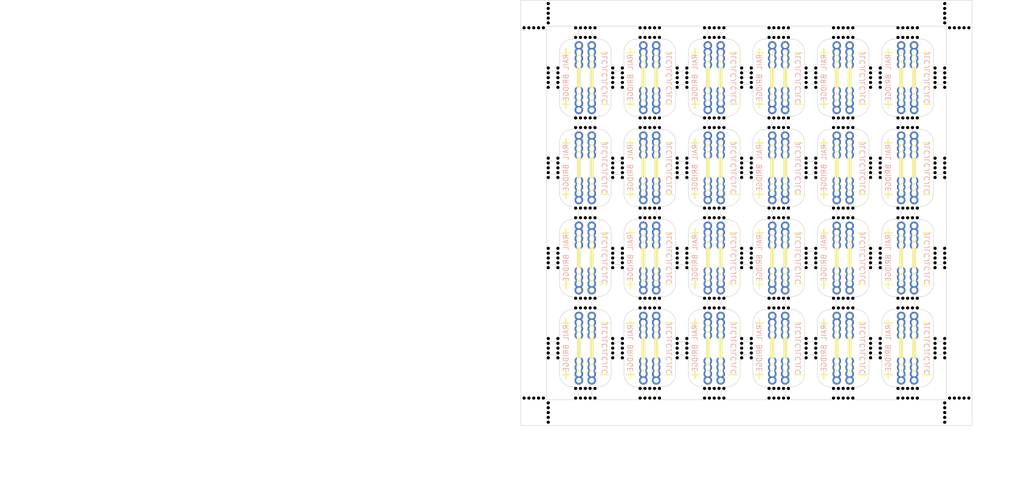
<source format=kicad_pcb>
(kicad_pcb (version 20221018) (generator pcbnew)
  (layers (0 "F.Cu" signal) (31 "B.Cu" signal) (34 "B.Paste" user) (35 "F.Paste" user) (36 "B.SilkS" user "B.Silkscreen") (37 "F.SilkS" user "F.Silkscreen") (38 "B.Mask" user) (39 "F.Mask" user) (44 "Edge.Cuts" user))
  (net 0 "")
  (net 1 "GND")
  (net 2 "VCC")
  (footprint "Library:Mouse_bites_small" (layer "F.Cu") (at 199.39 83.82 90)
    (fp_text reference "REF**" hide)
    (fp_text value "Mouse_bites_small" hide)
    (fp_arc (start -2.54 -1.27) (mid -1.27 0) (end -2.54 1.27) (stroke (width 0.1)) (layer "Edge.Cuts"))
    (fp_arc (start 2.54 1.27) (mid 1.27 0) (end 2.54 -1.27) (stroke (width 0.1)) (layer "Edge.Cuts"))
  )
  (footprint "Library:Mouse_bites_small_holes_only" (layer "F.Cu") (at 147.32 132.08 90)
    (fp_text reference "REF**" hide)
    (fp_text value "Mouse_bites_small_holes_only" hide)
  )
  (footprint "Library:Mouse_bites_small" (layer "F.Cu") (at 199.39 119.38 90)
    (fp_text reference "REF**" hide)
    (fp_text value "Mouse_bites_small" hide)
    (fp_arc (start -2.54 -1.27) (mid -1.27 0) (end -2.54 1.27) (stroke (width 0.1)) (layer "Edge.Cuts"))
    (fp_arc (start 2.54 1.27) (mid 1.27 0) (end 2.54 -1.27) (stroke (width 0.1)) (layer "Edge.Cuts"))
  )
  (footprint "Library:Mouse_bites_small" (layer "F.Cu") (at 161.29 101.6 90)
    (fp_text reference "REF**" hide)
    (fp_text value "Mouse_bites_small" hide)
    (fp_arc (start -2.54 -1.27) (mid -1.27 0) (end -2.54 1.27) (stroke (width 0.1)) (layer "Edge.Cuts"))
    (fp_arc (start 2.54 1.27) (mid 1.27 0) (end 2.54 -1.27) (stroke (width 0.1)) (layer "Edge.Cuts"))
  )
  (footprint "Library:Mouse_bites_small" (layer "F.Cu") (at 199.39 66.04 90)
    (fp_text reference "REF**" hide)
    (fp_text value "Mouse_bites_small" hide)
    (fp_arc (start -2.54 -1.27) (mid -1.27 0) (end -2.54 1.27) (stroke (width 0.1)) (layer "Edge.Cuts"))
    (fp_arc (start 2.54 1.27) (mid 1.27 0) (end 2.54 -1.27) (stroke (width 0.1)) (layer "Edge.Cuts"))
  )
  (footprint "Library:Mouse_bites_small" (layer "F.Cu") (at 180.34 110.49 180)
    (fp_text reference "REF**" hide)
    (fp_text value "Mouse_bites_small" hide)
    (fp_arc (start -2.54 -1.27) (mid -1.27 0) (end -2.54 1.27) (stroke (width 0.1)) (layer "Edge.Cuts"))
    (fp_arc (start 2.54 1.27) (mid 1.27 0) (end 2.54 -1.27) (stroke (width 0.1)) (layer "Edge.Cuts"))
  )
  (footprint "Library:Mouse_bites_small" (layer "F.Cu") (at 199.39 101.6 90)
    (fp_text reference "REF**" hide)
    (fp_text value "Mouse_bites_small" hide)
    (fp_arc (start -2.54 -1.27) (mid -1.27 0) (end -2.54 1.27) (stroke (width 0.1)) (layer "Edge.Cuts"))
    (fp_arc (start 2.54 1.27) (mid 1.27 0) (end 2.54 -1.27) (stroke (width 0.1)) (layer "Edge.Cuts"))
  )
  (footprint "Library:Mouse_bites_small_holes_only" (layer "F.Cu") (at 228.6 129.54 180)
    (fp_text reference "REF**" hide)
    (fp_text value "Mouse_bites_small_holes_only" hide)
  )
  (footprint "Library:Mouse_bites_small" (layer "F.Cu") (at 180.34 57.15 180)
    (fp_text reference "REF**" hide)
    (fp_text value "Mouse_bites_small" hide)
    (fp_arc (start -2.54 -1.27) (mid -1.27 0) (end -2.54 1.27) (stroke (width 0.1)) (layer "Edge.Cuts"))
    (fp_arc (start 2.54 1.27) (mid 1.27 0) (end 2.54 -1.27) (stroke (width 0.1)) (layer "Edge.Cuts"))
  )
  (footprint "Library:Mouse_bites_small" (layer "F.Cu") (at 180.34 128.27 180)
    (fp_text reference "REF**" hide)
    (fp_text value "Mouse_bites_small" hide)
    (fp_arc (start -2.54 -1.27) (mid -1.27 0) (end -2.54 1.27) (stroke (width 0.1)) (layer "Edge.Cuts"))
    (fp_arc (start 2.54 1.27) (mid 1.27 0) (end 2.54 -1.27) (stroke (width 0.1)) (layer "Edge.Cuts"))
  )
  (footprint "Library:Mouse_bites_small" (layer "F.Cu") (at 161.29 119.38 90)
    (fp_text reference "REF**" hide)
    (fp_text value "Mouse_bites_small" hide)
    (fp_arc (start -2.54 -1.27) (mid -1.27 0) (end -2.54 1.27) (stroke (width 0.1)) (layer "Edge.Cuts"))
    (fp_arc (start 2.54 1.27) (mid 1.27 0) (end 2.54 -1.27) (stroke (width 0.1)) (layer "Edge.Cuts"))
  )
  (footprint "Library:Mouse_bites_small" (layer "F.Cu") (at 193.04 74.93 180)
    (fp_text reference "REF**" hide)
    (fp_text value "Mouse_bites_small" hide)
    (fp_arc (start -2.54 -1.27) (mid -1.27 0) (end -2.54 1.27) (stroke (width 0.1)) (layer "Edge.Cuts"))
    (fp_arc (start 2.54 1.27) (mid 1.27 0) (end 2.54 -1.27) (stroke (width 0.1)) (layer "Edge.Cuts"))
  )
  (footprint "Library:Mouse_bites_small" (layer "F.Cu") (at 180.34 92.71 180)
    (fp_text reference "REF**" hide)
    (fp_text value "Mouse_bites_small" hide)
    (fp_arc (start -2.54 -1.27) (mid -1.27 0) (end -2.54 1.27) (stroke (width 0.1)) (layer "Edge.Cuts"))
    (fp_arc (start 2.54 1.27) (mid 1.27 0) (end 2.54 -1.27) (stroke (width 0.1)) (layer "Edge.Cuts"))
  )
  (footprint "Library:Mouse_bites_small" (layer "F.Cu") (at 167.64 92.71 180)
    (fp_text reference "REF**" hide)
    (fp_text value "Mouse_bites_small" hide)
    (fp_arc (start -2.54 -1.27) (mid -1.27 0) (end -2.54 1.27) (stroke (width 0.1)) (layer "Edge.Cuts"))
    (fp_arc (start 2.54 1.27) (mid 1.27 0) (end 2.54 -1.27) (stroke (width 0.1)) (layer "Edge.Cuts"))
  )
  (footprint "Library:Mouse_bites_small" (layer "F.Cu") (at 161.29 66.04 90)
    (fp_text reference "REF**" hide)
    (fp_text value "Mouse_bites_small" hide)
    (fp_arc (start -2.54 -1.27) (mid -1.27 0) (end -2.54 1.27) (stroke (width 0.1)) (layer "Edge.Cuts"))
    (fp_arc (start 2.54 1.27) (mid 1.27 0) (end 2.54 -1.27) (stroke (width 0.1)) (layer "Edge.Cuts"))
  )
  (footprint "Library:Mouse_bites_small" (layer "F.Cu") (at 218.44 110.49 180)
    (fp_text reference "REF**" hide)
    (fp_text value "Mouse_bites_small" hide)
    (fp_arc (start -2.54 -1.27) (mid -1.27 0) (end -2.54 1.27) (stroke (width 0.1)) (layer "Edge.Cuts"))
    (fp_arc (start 2.54 1.27) (mid 1.27 0) (end 2.54 -1.27) (stroke (width 0.1)) (layer "Edge.Cuts"))
  )
  (footprint "Library:Mouse_bites_small" (layer "F.Cu") (at 193.04 57.15 180)
    (fp_text reference "REF**" hide)
    (fp_text value "Mouse_bites_small" hide)
    (fp_arc (start -2.54 -1.27) (mid -1.27 0) (end -2.54 1.27) (stroke (width 0.1)) (layer "Edge.Cuts"))
    (fp_arc (start 2.54 1.27) (mid 1.27 0) (end 2.54 -1.27) (stroke (width 0.1)) (layer "Edge.Cuts"))
  )
  (footprint "Library:Mouse_bites_small" (layer "F.Cu") (at 212.09 119.38 90)
    (fp_text reference "REF**" hide)
    (fp_text value "Mouse_bites_small" hide)
    (fp_arc (start -2.54 -1.27) (mid -1.27 0) (end -2.54 1.27) (stroke (width 0.1)) (layer "Edge.Cuts"))
    (fp_arc (start 2.54 1.27) (mid 1.27 0) (end 2.54 -1.27) (stroke (width 0.1)) (layer "Edge.Cuts"))
  )
  (footprint "Library:Mouse_bites_small" (layer "F.Cu") (at 186.69 83.82 90)
    (fp_text reference "REF**" hide)
    (fp_text value "Mouse_bites_small" hide)
    (fp_arc (start -2.54 -1.27) (mid -1.27 0) (end -2.54 1.27) (stroke (width 0.1)) (layer "Edge.Cuts"))
    (fp_arc (start 2.54 1.27) (mid 1.27 0) (end 2.54 -1.27) (stroke (width 0.1)) (layer "Edge.Cuts"))
  )
  (footprint "Library:Mouse_bites_small" (layer "F.Cu") (at 186.69 119.38 90)
    (fp_text reference "REF**" hide)
    (fp_text value "Mouse_bites_small" hide)
    (fp_arc (start -2.54 -1.27) (mid -1.27 0) (end -2.54 1.27) (stroke (width 0.1)) (layer "Edge.Cuts"))
    (fp_arc (start 2.54 1.27) (mid 1.27 0) (end 2.54 -1.27) (stroke (width 0.1)) (layer "Edge.Cuts"))
  )
  (footprint "Library:Mouse_bites_small" (layer "F.Cu") (at 154.94 57.15 180)
    (fp_text reference "REF**" hide)
    (fp_text value "Mouse_bites_small" hide)
    (fp_arc (start -2.54 -1.27) (mid -1.27 0) (end -2.54 1.27) (stroke (width 0.1)) (layer "Edge.Cuts"))
    (fp_arc (start 2.54 1.27) (mid 1.27 0) (end 2.54 -1.27) (stroke (width 0.1)) (layer "Edge.Cuts"))
  )
  (footprint "Library:Mouse_bites_small" (layer "F.Cu") (at 167.64 110.49 180)
    (fp_text reference "REF**" hide)
    (fp_text value "Mouse_bites_small" hide)
    (fp_arc (start -2.54 -1.27) (mid -1.27 0) (end -2.54 1.27) (stroke (width 0.1)) (layer "Edge.Cuts"))
    (fp_arc (start 2.54 1.27) (mid 1.27 0) (end 2.54 -1.27) (stroke (width 0.1)) (layer "Edge.Cuts"))
  )
  (footprint "Library:Mouse_bites_small" (layer "F.Cu") (at 205.74 92.71 180)
    (fp_text reference "REF**" hide)
    (fp_text value "Mouse_bites_small" hide)
    (fp_arc (start -2.54 -1.27) (mid -1.27 0) (end -2.54 1.27) (stroke (width 0.1)) (layer "Edge.Cuts"))
    (fp_arc (start 2.54 1.27) (mid 1.27 0) (end 2.54 -1.27) (stroke (width 0.1)) (layer "Edge.Cuts"))
  )
  (footprint "Library:Mouse_bites_small" (layer "F.Cu") (at 154.94 128.27 180)
    (fp_text reference "REF**" hide)
    (fp_text value "Mouse_bites_small" hide)
    (fp_arc (start -2.54 -1.27) (mid -1.27 0) (end -2.54 1.27) (stroke (width 0.1)) (layer "Edge.Cuts"))
    (fp_arc (start 2.54 1.27) (mid 1.27 0) (end 2.54 -1.27) (stroke (width 0.1)) (layer "Edge.Cuts"))
  )
  (footprint "Library:Mouse_bites_small" (layer "F.Cu") (at 193.04 110.49 180)
    (fp_text reference "REF**" hide)
    (fp_text value "Mouse_bites_small" hide)
    (fp_arc (start -2.54 -1.27) (mid -1.27 0) (end -2.54 1.27) (stroke (width 0.1)) (layer "Edge.Cuts"))
    (fp_arc (start 2.54 1.27) (mid 1.27 0) (end 2.54 -1.27) (stroke (width 0.1)) (layer "Edge.Cuts"))
  )
  (footprint "Library:Mouse_bites_small" (layer "F.Cu") (at 148.59 83.82 -90)
    (fp_text reference "REF**" hide)
    (fp_text value "Mouse_bites_small" hide)
    (fp_arc (start -2.54 -1.27) (mid -1.27 0) (end -2.54 1.27) (stroke (width 0.1)) (layer "Edge.Cuts"))
    (fp_arc (start 2.54 1.27) (mid 1.27 0) (end 2.54 -1.27) (stroke (width 0.1)) (layer "Edge.Cuts"))
  )
  (footprint "Library:Mouse_bites_small" (layer "F.Cu") (at 154.94 74.93 180)
    (fp_text reference "REF**" hide)
    (fp_text value "Mouse_bites_small" hide)
    (fp_arc (start -2.54 -1.27) (mid -1.27 0) (end -2.54 1.27) (stroke (width 0.1)) (layer "Edge.Cuts"))
    (fp_arc (start 2.54 1.27) (mid 1.27 0) (end 2.54 -1.27) (stroke (width 0.1)) (layer "Edge.Cuts"))
  )
  (footprint "Library:Mouse_bites_small" (layer "F.Cu") (at 205.74 110.49 180)
    (fp_text reference "REF**" hide)
    (fp_text value "Mouse_bites_small" hide)
    (fp_arc (start -2.54 -1.27) (mid -1.27 0) (end -2.54 1.27) (stroke (width 0.1)) (layer "Edge.Cuts"))
    (fp_arc (start 2.54 1.27) (mid 1.27 0) (end 2.54 -1.27) (stroke (width 0.1)) (layer "Edge.Cuts"))
  )
  (footprint "Library:Mouse_bites_small" (layer "F.Cu") (at 218.44 128.27 180)
    (fp_text reference "REF**" hide)
    (fp_text value "Mouse_bites_small" hide)
    (fp_arc (start -2.54 -1.27) (mid -1.27 0) (end -2.54 1.27) (stroke (width 0.1)) (layer "Edge.Cuts"))
    (fp_arc (start 2.54 1.27) (mid 1.27 0) (end 2.54 -1.27) (stroke (width 0.1)) (layer "Edge.Cuts"))
  )
  (footprint "Library:Mouse_bites_small" (layer "F.Cu") (at 224.79 66.04 90)
    (fp_text reference "REF**" hide)
    (fp_text value "Mouse_bites_small" hide)
    (fp_arc (start -2.54 -1.27) (mid -1.27 0) (end -2.54 1.27) (stroke (width 0.1)) (layer "Edge.Cuts"))
    (fp_arc (start 2.54 1.27) (mid 1.27 0) (end 2.54 -1.27) (stroke (width 0.1)) (layer "Edge.Cuts"))
  )
  (footprint "Library:Mouse_bites_small" (layer "F.Cu") (at 218.44 57.15 180)
    (fp_text reference "REF**" hide)
    (fp_text value "Mouse_bites_small" hide)
    (fp_arc (start -2.54 -1.27) (mid -1.27 0) (end -2.54 1.27) (stroke (width 0.1)) (layer "Edge.Cuts"))
    (fp_arc (start 2.54 1.27) (mid 1.27 0) (end 2.54 -1.27) (stroke (width 0.1)) (layer "Edge.Cuts"))
  )
  (footprint "Library:Mouse_bites_small_holes_only" (layer "F.Cu") (at 226.06 132.08 -90)
    (fp_text reference "REF**" hide)
    (fp_text value "Mouse_bites_small_holes_only" hide)
  )
  (footprint "Library:Mouse_bites_small" (layer "F.Cu") (at 148.59 119.38 -90)
    (fp_text reference "REF**" hide)
    (fp_text value "Mouse_bites_small" hide)
    (fp_arc (start -2.54 -1.27) (mid -1.27 0) (end -2.54 1.27) (stroke (width 0.1)) (layer "Edge.Cuts"))
    (fp_arc (start 2.54 1.27) (mid 1.27 0) (end 2.54 -1.27) (stroke (width 0.1)) (layer "Edge.Cuts"))
  )
  (footprint "Library:Mouse_bites_small" (layer "F.Cu") (at 212.09 101.6 90)
    (fp_text reference "REF**" hide)
    (fp_text value "Mouse_bites_small" hide)
    (fp_arc (start -2.54 -1.27) (mid -1.27 0) (end -2.54 1.27) (stroke (width 0.1)) (layer "Edge.Cuts"))
    (fp_arc (start 2.54 1.27) (mid 1.27 0) (end 2.54 -1.27) (stroke (width 0.1)) (layer "Edge.Cuts"))
  )
  (footprint "Library:Mouse_bites_small_holes_only" (layer "F.Cu") (at 144.78 129.54 180)
    (fp_text reference "REF**" hide)
    (fp_text value "Mouse_bites_small_holes_only" hide)
  )
  (footprint "Library:Mouse_bites_small_holes_only" (layer "F.Cu") (at 144.78 55.88)
    (fp_text reference "REF**" hide)
    (fp_text value "Mouse_bites_small_holes_only" hide)
  )
  (footprint "Library:Mouse_bites_small" (layer "F.Cu") (at 205.74 57.15 180)
    (fp_text reference "REF**" hide)
    (fp_text value "Mouse_bites_small" hide)
    (fp_arc (start -2.54 -1.27) (mid -1.27 0) (end -2.54 1.27) (stroke (width 0.1)) (layer "Edge.Cuts"))
    (fp_arc (start 2.54 1.27) (mid 1.27 0) (end 2.54 -1.27) (stroke (width 0.1)) (layer "Edge.Cuts"))
  )
  (footprint "Library:Mouse_bites_small" (layer "F.Cu") (at 173.99 101.6 90)
    (fp_text reference "REF**" hide)
    (fp_text value "Mouse_bites_small" hide)
    (fp_arc (start -2.54 -1.27) (mid -1.27 0) (end -2.54 1.27) (stroke (width 0.1)) (layer "Edge.Cuts"))
    (fp_arc (start 2.54 1.27) (mid 1.27 0) (end 2.54 -1.27) (stroke (width 0.1)) (layer "Edge.Cuts"))
  )
  (footprint "Library:Mouse_bites_small_holes_only" (layer "F.Cu") (at 228.6 55.88)
    (fp_text reference "REF**" hide)
    (fp_text value "Mouse_bites_small_holes_only" hide)
  )
  (footprint "Library:Mouse_bites_small" (layer "F.Cu") (at 186.69 101.6 90)
    (fp_text reference "REF**" hide)
    (fp_text value "Mouse_bites_small" hide)
    (fp_arc (start -2.54 -1.27) (mid -1.27 0) (end -2.54 1.27) (stroke (width 0.1)) (layer "Edge.Cuts"))
    (fp_arc (start 2.54 1.27) (mid 1.27 0) (end 2.54 -1.27) (stroke (width 0.1)) (layer "Edge.Cuts"))
  )
  (footprint "Library:Mouse_bites_small" (layer "F.Cu") (at 173.99 119.38 90)
    (fp_text reference "REF**" hide)
    (fp_text value "Mouse_bites_small" hide)
    (fp_arc (start -2.54 -1.27) (mid -1.27 0) (end -2.54 1.27) (stroke (width 0.1)) (layer "Edge.Cuts"))
    (fp_arc (start 2.54 1.27) (mid 1.27 0) (end 2.54 -1.27) (stroke (width 0.1)) (layer "Edge.Cuts"))
  )
  (footprint "Library:Mouse_bites_small" (layer "F.Cu") (at 224.79 83.82 90)
    (fp_text reference "REF**" hide)
    (fp_text value "Mouse_bites_small" hide)
    (fp_arc (start -2.54 -1.27) (mid -1.27 0) (end -2.54 1.27) (stroke (width 0.1)) (layer "Edge.Cuts"))
    (fp_arc (start 2.54 1.27) (mid 1.27 0) (end 2.54 -1.27) (stroke (width 0.1)) (layer "Edge.Cuts"))
  )
  (footprint "Library:Mouse_bites_small" (layer "F.Cu") (at 154.94 92.71 180)
    (fp_text reference "REF**" hide)
    (fp_text value "Mouse_bites_small" hide)
    (fp_arc (start -2.54 -1.27) (mid -1.27 0) (end -2.54 1.27) (stroke (width 0.1)) (layer "Edge.Cuts"))
    (fp_arc (start 2.54 1.27) (mid 1.27 0) (end 2.54 -1.27) (stroke (width 0.1)) (layer "Edge.Cuts"))
  )
  (footprint "Library:Mouse_bites_small" (layer "F.Cu") (at 161.29 83.82 90)
    (fp_text reference "REF**" hide)
    (fp_text value "Mouse_bites_small" hide)
    (fp_arc (start -2.54 -1.27) (mid -1.27 0) (end -2.54 1.27) (stroke (width 0.1)) (layer "Edge.Cuts"))
    (fp_arc (start 2.54 1.27) (mid 1.27 0) (end 2.54 -1.27) (stroke (width 0.1)) (layer "Edge.Cuts"))
  )
  (footprint "Library:Mouse_bites_small" (layer "F.Cu") (at 148.59 66.04 -90)
    (fp_text reference "REF**" hide)
    (fp_text value "Mouse_bites_small" hide)
    (fp_arc (start -2.54 -1.27) (mid -1.27 0) (end -2.54 1.27) (stroke (width 0.1)) (layer "Edge.Cuts"))
    (fp_arc (start 2.54 1.27) (mid 1.27 0) (end 2.54 -1.27) (stroke (width 0.1)) (layer "Edge.Cuts"))
  )
  (footprint "Library:Mouse_bites_small" (layer "F.Cu") (at 193.04 92.71 180)
    (fp_text reference "REF**" hide)
    (fp_text value "Mouse_bites_small" hide)
    (fp_arc (start -2.54 -1.27) (mid -1.27 0) (end -2.54 1.27) (stroke (width 0.1)) (layer "Edge.Cuts"))
    (fp_arc (start 2.54 1.27) (mid 1.27 0) (end 2.54 -1.27) (stroke (width 0.1)) (layer "Edge.Cuts"))
  )
  (footprint "Library:Mouse_bites_small" (layer "F.Cu") (at 218.44 92.71 180)
    (fp_text reference "REF**" hide)
    (fp_text value "Mouse_bites_small" hide)
    (fp_arc (start -2.54 -1.27) (mid -1.27 0) (end -2.54 1.27) (stroke (width 0.1)) (layer "Edge.Cuts"))
    (fp_arc (start 2.54 1.27) (mid 1.27 0) (end 2.54 -1.27) (stroke (width 0.1)) (layer "Edge.Cuts"))
  )
  (footprint "Library:Mouse_bites_small" (layer "F.Cu") (at 212.09 83.82 90)
    (fp_text reference "REF**" hide)
    (fp_text value "Mouse_bites_small" hide)
    (fp_arc (start -2.54 -1.27) (mid -1.27 0) (end -2.54 1.27) (stroke (width 0.1)) (layer "Edge.Cuts"))
    (fp_arc (start 2.54 1.27) (mid 1.27 0) (end 2.54 -1.27) (stroke (width 0.1)) (layer "Edge.Cuts"))
  )
  (footprint "Library:Mouse_bites_small" (layer "F.Cu") (at 167.64 74.93 180)
    (fp_text reference "REF**" hide)
    (fp_text value "Mouse_bites_small" hide)
    (fp_arc (start -2.54 -1.27) (mid -1.27 0) (end -2.54 1.27) (stroke (width 0.1)) (layer "Edge.Cuts"))
    (fp_arc (start 2.54 1.27) (mid 1.27 0) (end 2.54 -1.27) (stroke (width 0.1)) (layer "Edge.Cuts"))
  )
  (footprint "Library:Mouse_bites_small" (layer "F.Cu") (at 167.64 57.15 180)
    (fp_text reference "REF**" hide)
    (fp_text value "Mouse_bites_small" hide)
    (fp_arc (start -2.54 -1.27) (mid -1.27 0) (end -2.54 1.27) (stroke (width 0.1)) (layer "Edge.Cuts"))
    (fp_arc (start 2.54 1.27) (mid 1.27 0) (end 2.54 -1.27) (stroke (width 0.1)) (layer "Edge.Cuts"))
  )
  (footprint "Library:Mouse_bites_small" (layer "F.Cu") (at 180.34 74.93 180)
    (fp_text reference "REF**" hide)
    (fp_text value "Mouse_bites_small" hide)
    (fp_arc (start -2.54 -1.27) (mid -1.27 0) (end -2.54 1.27) (stroke (width 0.1)) (layer "Edge.Cuts"))
    (fp_arc (start 2.54 1.27) (mid 1.27 0) (end 2.54 -1.27) (stroke (width 0.1)) (layer "Edge.Cuts"))
  )
  (footprint "Library:Mouse_bites_small" (layer "F.Cu") (at 148.59 101.6 -90)
    (fp_text reference "REF**" hide)
    (fp_text value "Mouse_bites_small" hide)
    (fp_arc (start -2.54 -1.27) (mid -1.27 0) (end -2.54 1.27) (stroke (width 0.1)) (layer "Edge.Cuts"))
    (fp_arc (start 2.54 1.27) (mid 1.27 0) (end 2.54 -1.27) (stroke (width 0.1)) (layer "Edge.Cuts"))
  )
  (footprint "Library:Mouse_bites_small" (layer "F.Cu") (at 224.79 101.6 90)
    (fp_text reference "REF**" hide)
    (fp_text value "Mouse_bites_small" hide)
    (fp_arc (start -2.54 -1.27) (mid -1.27 0) (end -2.54 1.27) (stroke (width 0.1)) (layer "Edge.Cuts"))
    (fp_arc (start 2.54 1.27) (mid 1.27 0) (end 2.54 -1.27) (stroke (width 0.1)) (layer "Edge.Cuts"))
  )
  (footprint "Library:Mouse_bites_small" (layer "F.Cu") (at 186.69 66.04 90)
    (fp_text reference "REF**" hide)
    (fp_text value "Mouse_bites_small" hide)
    (fp_arc (start -2.54 -1.27) (mid -1.27 0) (end -2.54 1.27) (stroke (width 0.1)) (layer "Edge.Cuts"))
    (fp_arc (start 2.54 1.27) (mid 1.27 0) (end 2.54 -1.27) (stroke (width 0.1)) (layer "Edge.Cuts"))
  )
  (footprint "Library:Mouse_bites_small" (layer "F.Cu") (at 173.99 83.82 90)
    (fp_text reference "REF**" hide)
    (fp_text value "Mouse_bites_small" hide)
    (fp_arc (start -2.54 -1.27) (mid -1.27 0) (end -2.54 1.27) (stroke (width 0.1)) (layer "Edge.Cuts"))
    (fp_arc (start 2.54 1.27) (mid 1.27 0) (end 2.54 -1.27) (stroke (width 0.1)) (layer "Edge.Cuts"))
  )
  (footprint "Library:Mouse_bites_small" (layer "F.Cu") (at 218.44 74.93 180)
    (fp_text reference "REF**" hide)
    (fp_text value "Mouse_bites_small" hide)
    (fp_arc (start -2.54 -1.27) (mid -1.27 0) (end -2.54 1.27) (stroke (width 0.1)) (layer "Edge.Cuts"))
    (fp_arc (start 2.54 1.27) (mid 1.27 0) (end 2.54 -1.27) (stroke (width 0.1)) (layer "Edge.Cuts"))
  )
  (footprint "Library:Mouse_bites_small_holes_only" (layer "F.Cu") (at 147.32 53.34 90)
    (fp_text reference "REF**" hide)
    (fp_text value "Mouse_bites_small_holes_only" hide)
  )
  (footprint "Library:Mouse_bites_small" (layer "F.Cu") (at 167.64 128.27 180)
    (fp_text reference "REF**" hide)
    (fp_text value "Mouse_bites_small" hide)
    (fp_arc (start -2.54 -1.27) (mid -1.27 0) (end -2.54 1.27) (stroke (width 0.1)) (layer "Edge.Cuts"))
    (fp_arc (start 2.54 1.27) (mid 1.27 0) (end 2.54 -1.27) (stroke (width 0.1)) (layer "Edge.Cuts"))
  )
  (footprint "Library:Mouse_bites_small" (layer "F.Cu") (at 193.04 128.27 180)
    (fp_text reference "REF**" hide)
    (fp_text value "Mouse_bites_small" hide)
    (fp_arc (start -2.54 -1.27) (mid -1.27 0) (end -2.54 1.27) (stroke (width 0.1)) (layer "Edge.Cuts"))
    (fp_arc (start 2.54 1.27) (mid 1.27 0) (end 2.54 -1.27) (stroke (width 0.1)) (layer "Edge.Cuts"))
  )
  (footprint "Library:Mouse_bites_small" (layer "F.Cu") (at 205.74 128.27 180)
    (fp_text reference "REF**" hide)
    (fp_text value "Mouse_bites_small" hide)
    (fp_arc (start -2.54 -1.27) (mid -1.27 0) (end -2.54 1.27) (stroke (width 0.1)) (layer "Edge.Cuts"))
    (fp_arc (start 2.54 1.27) (mid 1.27 0) (end 2.54 -1.27) (stroke (width 0.1)) (layer "Edge.Cuts"))
  )
  (footprint "Library:Mouse_bites_small" (layer "F.Cu") (at 205.74 74.93 180)
    (fp_text reference "REF**" hide)
    (fp_text value "Mouse_bites_small" hide)
    (fp_arc (start -2.54 -1.27) (mid -1.27 0) (end -2.54 1.27) (stroke (width 0.1)) (layer "Edge.Cuts"))
    (fp_arc (start 2.54 1.27) (mid 1.27 0) (end 2.54 -1.27) (stroke (width 0.1)) (layer "Edge.Cuts"))
  )
  (footprint "Library:Mouse_bites_small" (layer "F.Cu") (at 173.99 66.04 90)
    (fp_text reference "REF**" hide)
    (fp_text value "Mouse_bites_small" hide)
    (fp_arc (start -2.54 -1.27) (mid -1.27 0) (end -2.54 1.27) (stroke (width 0.1)) (layer "Edge.Cuts"))
    (fp_arc (start 2.54 1.27) (mid 1.27 0) (end 2.54 -1.27) (stroke (width 0.1)) (layer "Edge.Cuts"))
  )
  (footprint "Library:Mouse_bites_small" (layer "F.Cu") (at 224.79 119.38 90)
    (fp_text reference "REF**" hide)
    (fp_text value "Mouse_bites_small" hide)
    (fp_arc (start -2.54 -1.27) (mid -1.27 0) (end -2.54 1.27) (stroke (width 0.1)) (layer "Edge.Cuts"))
    (fp_arc (start 2.54 1.27) (mid 1.27 0) (end 2.54 -1.27) (stroke (width 0.1)) (layer "Edge.Cuts"))
  )
  (footprint "Library:Mouse_bites_small_holes_only" (layer "F.Cu") (at 226.06 53.34 -90)
    (fp_text reference "REF**" hide)
    (fp_text value "Mouse_bites_small_holes_only" hide)
  )
  (footprint "Library:Mouse_bites_small" (layer "F.Cu") (at 154.94 110.49 180)
    (fp_text reference "REF**" hide)
    (fp_text value "Mouse_bites_small" hide)
    (fp_arc (start -2.54 -1.27) (mid -1.27 0) (end -2.54 1.27) (stroke (width 0.1)) (layer "Edge.Cuts"))
    (fp_arc (start 2.54 1.27) (mid 1.27 0) (end 2.54 -1.27) (stroke (width 0.1)) (layer "Edge.Cuts"))
  )
  (footprint "Library:Mouse_bites_small" (layer "F.Cu") (at 212.09 66.04 90)
    (fp_text reference "REF**" hide)
    (fp_text value "Mouse_bites_small" hide)
    (fp_arc (start -2.54 -1.27) (mid -1.27 0) (end -2.54 1.27) (stroke (width 0.1)) (layer "Edge.Cuts"))
    (fp_arc (start 2.54 1.27) (mid 1.27 0) (end 2.54 -1.27) (stroke (width 0.1)) (layer "Edge.Cuts"))
  )
  (footprint "Library:PinHeader_1x02_P2.54mm_Vertical_edited" (layer "B.Cu") (at 166.37 72.39 -90)
    (fp_text reference "J8" hide)
    (fp_text value "Conn_01x02" hide)
  )
  (footprint "Library:PinHeader_1x02_P2.54mm_Vertical_edited" (layer "B.Cu") (at 191.77 86.36 -90)
    (fp_text reference "J5" hide)
    (fp_text value "Conn_01x02" hide)
  )
  (footprint "Library:PinHeader_1x02_P2.54mm_Vertical_edited" (layer "B.Cu") (at 166.37 80.01 -90)
    (fp_text reference "J3" hide)
    (fp_text value "Conn_01x02" hide)
  )
  (footprint "Library:PinHeader_1x02_P2.54mm_Vertical_edited" (layer "B.Cu") (at 179.07 97.79 -90)
    (fp_text reference "J3" hide)
    (fp_text value "Conn_01x02" hide)
  )
  (footprint "Library:PinHeader_1x02_P2.54mm_Vertical_edited" (layer "B.Cu") (at 166.37 105.41 -90)
    (fp_text reference "J6" hide)
    (fp_text value "Conn_01x02" hide)
  )
  (footprint "Library:PinHeader_1x02_P2.54mm_Vertical_edited" (layer "B.Cu") (at 179.07 95.25 -90)
    (fp_text reference "J1" hide)
    (fp_text value "Conn_01x02" hide)
  )
  (footprint "Library:PinHeader_1x02_P2.54mm_Vertical_edited" (layer "B.Cu") (at 166.37 114.3 -90)
    (fp_text reference "J2" hide)
    (fp_text value "Conn_01x02" hide)
  )
  (footprint "Library:PinHeader_1x02_P2.54mm_Vertical_edited" (layer "B.Cu") (at 166.37 125.73 -90)
    (fp_text reference "J8" hide)
    (fp_text value "Conn_01x02" hide)
  )
  (footprint "Library:PinHeader_1x02_P2.54mm_Vertical_edited" (layer "B.Cu") (at 166.37 88.9 -90)
    (fp_text reference "J7" hide)
    (fp_text value "Conn_01x02" hide)
  )
  (footprint "Library:PinHeader_1x02_P2.54mm_Vertical_edited" (layer "B.Cu") (at 191.77 123.19 -90)
    (fp_text reference "J6" hide)
    (fp_text value "Conn_01x02" hide)
  )
  (footprint "Library:PinHeader_1x02_P2.54mm_Vertical_edited" (layer "B.Cu") (at 179.07 124.46 -90)
    (fp_text reference "J7" hide)
    (fp_text value "Conn_01x02" hide)
  )
  (footprint "Library:PinHeader_1x02_P2.54mm_Vertical_edited" (layer "B.Cu") (at 153.67 97.79 -90)
    (fp_text reference "J3" hide)
    (fp_text value "Conn_01x02" hide)
  )
  (footprint "Library:PinHeader_1x02_P2.54mm_Vertical_edited" (layer "B.Cu") (at 179.07 69.85 -90)
    (fp_text reference "J6" hide)
    (fp_text value "Conn_01x02" hide)
  )
  (footprint "Library:PinHeader_1x02_P2.54mm_Vertical_edited" (layer "B.Cu") (at 191.77 124.46 -90)
    (fp_text reference "J7" hide)
    (fp_text value "Conn_01x02" hide)
  )
  (footprint "Library:PinHeader_1x02_P2.54mm_Vertical_edited" (layer "B.Cu") (at 179.07 125.73 -90)
    (fp_text reference "J8" hide)
    (fp_text value "Conn_01x02" hide)
  )
  (footprint "Library:PinHeader_1x02_P2.54mm_Vertical_edited" (layer "B.Cu") (at 217.17 90.17 -90)
    (fp_text reference "J8" hide)
    (fp_text value "Conn_01x02" hide)
  )
  (footprint "Library:PinHeader_1x02_P2.54mm_Vertical_edited" (layer "B.Cu") (at 153.67 123.19 -90)
    (fp_text reference "J6" hide)
    (fp_text value "Conn_01x02" hide)
  )
  (footprint "Library:PinHeader_1x02_P2.54mm_Vertical_edited" (layer "B.Cu") (at 204.47 116.84 -90)
    (fp_text reference "J4" hide)
    (fp_text value "Conn_01x02" hide)
  )
  (footprint "Library:PinHeader_1x02_P2.54mm_Vertical_edited" (layer "B.Cu") (at 217.17 113.03 -90)
    (fp_text reference "J1" hide)
    (fp_text value "Conn_01x02" hide)
  )
  (footprint "Library:PinHeader_1x02_P2.54mm_Vertical_edited" (layer "B.Cu") (at 166.37 99.06 -90)
    (fp_text reference "J4" hide)
    (fp_text value "Conn_01x02" hide)
  )
  (footprint "Library:PinHeader_1x02_P2.54mm_Vertical_edited" (layer "B.Cu") (at 217.17 107.95 -90)
    (fp_text reference "J8" hide)
    (fp_text value "Conn_01x02" hide)
  )
  (footprint "Library:PinHeader_1x02_P2.54mm_Vertical_edited" (layer "B.Cu") (at 204.47 106.68 -90)
    (fp_text reference "J7" hide)
    (fp_text value "Conn_01x02" hide)
  )
  (footprint "Library:PinHeader_1x02_P2.54mm_Vertical_edited" (layer "B.Cu") (at 191.77 113.03 -90)
    (fp_text reference "J1" hide)
    (fp_text value "Conn_01x02" hide)
  )
  (footprint "Library:PinHeader_1x02_P2.54mm_Vertical_edited" (layer "B.Cu") (at 204.47 62.23 -90)
    (fp_text reference "J3" hide)
    (fp_text value "Conn_01x02" hide)
  )
  (footprint "Library:PinHeader_1x02_P2.54mm_Vertical_edited" (layer "B.Cu") (at 191.77 71.12 -90)
    (fp_text reference "J7" hide)
    (fp_text value "Conn_01x02" hide)
  )
  (footprint "Library:PinHeader_1x02_P2.54mm_Vertical_edited" (layer "B.Cu") (at 166.37 68.58 -90)
    (fp_text reference "J5" hide)
    (fp_text value "Conn_01x02" hide)
  )
  (footprint "Library:PinHeader_1x02_P2.54mm_Vertical_edited" (layer "B.Cu") (at 191.77 62.23 -90)
    (fp_text reference "J3" hide)
    (fp_text value "Conn_01x02" hide)
  )
  (footprint "Library:PinHeader_1x02_P2.54mm_Vertical_edited" (layer "B.Cu") (at 153.67 59.69 -90)
    (fp_text reference "J1" hide)
    (fp_text value "Conn_01x02" hide)
  )
  (footprint "Library:PinHeader_1x02_P2.54mm_Vertical_edited" (layer "B.Cu") (at 191.77 96.52 -90)
    (fp_text reference "J2" hide)
    (fp_text value "Conn_01x02" hide)
  )
  (footprint "Library:PinHeader_1x02_P2.54mm_Vertical_edited" (layer "B.Cu") (at 191.77 121.92 -90)
    (fp_text reference "J5" hide)
    (fp_text value "Conn_01x02" hide)
  )
  (footprint "Library:PinHeader_1x02_P2.54mm_Vertical_edited" (layer "B.Cu") (at 153.67 90.17 -90)
    (fp_text reference "J8" hide)
    (fp_text value "Conn_01x02" hide)
  )
  (footprint "Library:PinHeader_1x02_P2.54mm_Vertical_edited" (layer "B.Cu") (at 166.37 104.14 -90)
    (fp_text reference "J5" hide)
    (fp_text value "Conn_01x02" hide)
  )
  (footprint "Library:PinHeader_1x02_P2.54mm_Vertical_edited" (layer "B.Cu") (at 204.47 95.25 -90)
    (fp_text reference "J1" hide)
    (fp_text value "Conn_01x02" hide)
  )
  (footprint "Library:PinHeader_1x02_P2.54mm_Vertical_edited" (layer "B.Cu") (at 217.17 62.23 -90)
    (fp_text reference "J3" hide)
    (fp_text value "Conn_01x02" hide)
  )
  (footprint "Library:PinHeader_1x02_P2.54mm_Vertical_edited" (layer "B.Cu") (at 166.37 71.12 -90)
    (fp_text reference "J7" hide)
    (fp_text value "Conn_01x02" hide)
  )
  (footprint "Library:PinHeader_1x02_P2.54mm_Vertical_edited" (layer "B.Cu") (at 166.37 87.63 -90)
    (fp_text reference "J6" hide)
    (fp_text value "Conn_01x02" hide)
  )
  (footprint "Library:PinHeader_1x02_P2.54mm_Vertical_edited" (layer "B.Cu") (at 166.37 62.23 -90)
    (fp_text reference "J3" hide)
    (fp_text value "Conn_01x02" hide)
  )
  (footprint "Library:PinHeader_1x02_P2.54mm_Vertical_edited" (layer "B.Cu") (at 204.47 71.12 -90)
    (fp_text reference "J7" hide)
    (fp_text value "Conn_01x02" hide)
  )
  (footprint "Library:PinHeader_1x02_P2.54mm_Vertical_edited" (layer "B.Cu") (at 179.07 80.01 -90)
    (fp_text reference "J3" hide)
    (fp_text value "Conn_01x02" hide)
  )
  (footprint "Library:PinHeader_1x02_P2.54mm_Vertical_edited" (layer "B.Cu") (at 179.07 123.19 -90)
    (fp_text reference "J6" hide)
    (fp_text value "Conn_01x02" hide)
  )
  (footprint "Library:PinHeader_1x02_P2.54mm_Vertical_edited" (layer "B.Cu") (at 179.07 60.96 -90)
    (fp_text reference "J2" hide)
    (fp_text value "Conn_01x02" hide)
  )
  (footprint "Library:PinHeader_1x02_P2.54mm_Vertical_edited" (layer "B.Cu") (at 217.17 106.68 -90)
    (fp_text reference "J7" hide)
    (fp_text value "Conn_01x02" hide)
  )
  (footprint "Library:PinHeader_1x02_P2.54mm_Vertical_edited" (layer "B.Cu") (at 191.77 115.57 -90)
    (fp_text reference "J3" hide)
    (fp_text value "Conn_01x02" hide)
  )
  (footprint "Library:PinHeader_1x02_P2.54mm_Vertical_edited" (layer "B.Cu") (at 217.17 80.01 -90)
    (fp_text reference "J3" hide)
    (fp_text value "Conn_01x02" hide)
  )
  (footprint "Library:PinHeader_1x02_P2.54mm_Vertical_edited" (layer "B.Cu") (at 204.47 99.06 -90)
    (fp_text reference "J4" hide)
    (fp_text value "Conn_01x02" hide)
  )
  (footprint "Library:PinHeader_1x02_P2.54mm_Vertical_edited" (layer "B.Cu") (at 153.67 78.74 -90)
    (fp_text reference "J2" hide)
    (fp_text value "Conn_01x02" hide)
  )
  (footprint "Library:PinHeader_1x02_P2.54mm_Vertical_edited" (layer "B.Cu") (at 191.77 63.5 -90)
    (fp_text reference "J4" hide)
    (fp_text value "Conn_01x02" hide)
  )
  (footprint "Library:PinHeader_1x02_P2.54mm_Vertical_edited" (layer "B.Cu") (at 204.47 59.69 -90)
    (fp_text reference "J1" hide)
    (fp_text value "Conn_01x02" hide)
  )
  (footprint "Library:PinHeader_1x02_P2.54mm_Vertical_edited" (layer "B.Cu") (at 153.67 96.52 -90)
    (fp_text reference "J2" hide)
    (fp_text value "Conn_01x02" hide)
  )
  (footprint "Library:PinHeader_1x02_P2.54mm_Vertical_edited" (layer "B.Cu") (at 153.67 105.41 -90)
    (fp_text reference "J6" hide)
    (fp_text value "Conn_01x02" hide)
  )
  (footprint "Library:PinHeader_1x02_P2.54mm_Vertical_edited" (layer "B.Cu") (at 166.37 90.17 -90)
    (fp_text reference "J8" hide)
    (fp_text value "Conn_01x02" hide)
  )
  (footprint "Library:PinHeader_1x02_P2.54mm_Vertical_edited" (layer "B.Cu") (at 217.17 86.36 -90)
    (fp_text reference "J5" hide)
    (fp_text value "Conn_01x02" hide)
  )
  (footprint "Library:PinHeader_1x02_P2.54mm_Vertical_edited" (layer "B.Cu") (at 204.47 60.96 -90)
    (fp_text reference "J2" hide)
    (fp_text value "Conn_01x02" hide)
  )
  (footprint "Library:PinHeader_1x02_P2.54mm_Vertical_edited" (layer "B.Cu") (at 179.07 78.74 -90)
    (fp_text reference "J2" hide)
    (fp_text value "Conn_01x02" hide)
  )
  (footprint "Library:PinHeader_1x02_P2.54mm_Vertical_edited" (layer "B.Cu") (at 204.47 104.14 -90)
    (fp_text reference "J5" hide)
    (fp_text value "Conn_01x02" hide)
  )
  (footprint "Library:PinHeader_1x02_P2.54mm_Vertical_edited" (layer "B.Cu") (at 217.17 77.47 -90)
    (fp_text reference "J1" hide)
    (fp_text value "Conn_01x02" hide)
  )
  (footprint "Library:PinHeader_1x02_P2.54mm_Vertical_edited" (layer "B.Cu") (at 153.67 80.01 -90)
    (fp_text reference "J3" hide)
    (fp_text value "Conn_01x02" hide)
  )
  (footprint "Library:PinHeader_1x02_P2.54mm_Vertical_edited" (layer "B.Cu") (at 217.17 124.46 -90)
    (fp_text reference "J7" hide)
    (fp_text value "Conn_01x02" hide)
  )
  (footprint "Library:PinHeader_1x02_P2.54mm_Vertical_edited" (layer "B.Cu") (at 217.17 59.69 -90)
    (fp_text reference "J1" hide)
    (fp_text value "Conn_01x02" hide)
  )
  (footprint "Library:PinHeader_1x02_P2.54mm_Vertical_edited" (layer "B.Cu") (at 191.77 104.14 -90)
    (fp_text reference "J5" hide)
    (fp_text value "Conn_01x02" hide)
  )
  (footprint "Library:PinHeader_1x02_P2.54mm_Vertical_edited" (layer "B.Cu") (at 153.67 121.92 -90)
    (fp_text reference "J5" hide)
    (fp_text value "Conn_01x02" hide)
  )
  (footprint "Library:PinHeader_1x02_P2.54mm_Vertical_edited" (layer "B.Cu") (at 217.17 68.58 -90)
    (fp_text reference "J5" hide)
    (fp_text value "Conn_01x02" hide)
  )
  (footprint "Library:PinHeader_1x02_P2.54mm_Vertical_edited" (layer "B.Cu") (at 166.37 86.36 -90)
    (fp_text reference "J5" hide)
    (fp_text value "Conn_01x02" hide)
  )
  (footprint "Library:PinHeader_1x02_P2.54mm_Vertical_edited" (layer "B.Cu") (at 217.17 95.25 -90)
    (fp_text reference "J1" hide)
    (fp_text value "Conn_01x02" hide)
  )
  (footprint "Library:PinHeader_1x02_P2.54mm_Vertical_edited" (layer "B.Cu") (at 153.67 77.47 -90)
    (fp_text reference "J1" hide)
    (fp_text value "Conn_01x02" hide)
  )
  (footprint "Library:PinHeader_1x02_P2.54mm_Vertical_edited" (layer "B.Cu") (at 204.47 78.74 -90)
    (fp_text reference "J2" hide)
    (fp_text value "Conn_01x02" hide)
  )
  (footprint "Library:PinHeader_1x02_P2.54mm_Vertical_edited" (layer "B.Cu") (at 217.17 60.96 -90)
    (fp_text reference "J2" hide)
    (fp_text value "Conn_01x02" hide)
  )
  (footprint "Library:PinHeader_1x02_P2.54mm_Vertical_edited" (layer "B.Cu") (at 204.47 114.3 -90)
    (fp_text reference "J2" hide)
    (fp_text value "Conn_01x02" hide)
  )
  (footprint "Library:PinHeader_1x02_P2.54mm_Vertical_edited" (layer "B.Cu") (at 204.47 68.58 -90)
    (fp_text reference "J5" hide)
    (fp_text value "Conn_01x02" hide)
  )
  (footprint "Library:PinHeader_1x02_P2.54mm_Vertical_edited" (layer "B.Cu") (at 153.67 113.03 -90)
    (fp_text reference "J1" hide)
    (fp_text value "Conn_01x02" hide)
  )
  (footprint "Library:PinHeader_1x02_P2.54mm_Vertical_edited" (layer "B.Cu") (at 179.07 88.9 -90)
    (fp_text reference "J7" hide)
    (fp_text value "Conn_01x02" hide)
  )
  (footprint "Library:PinHeader_1x02_P2.54mm_Vertical_edited" (layer "B.Cu") (at 217.17 121.92 -90)
    (fp_text reference "J5" hide)
    (fp_text value "Conn_01x02" hide)
  )
  (footprint "Library:PinHeader_1x02_P2.54mm_Vertical_edited" (layer "B.Cu") (at 217.17 96.52 -90)
    (fp_text reference "J2" hide)
    (fp_text value "Conn_01x02" hide)
  )
  (footprint "Library:PinHeader_1x02_P2.54mm_Vertical_edited" (layer "B.Cu") (at 179.07 106.68 -90)
    (fp_text reference "J7" hide)
    (fp_text value "Conn_01x02" hide)
  )
  (footprint "Library:PinHeader_1x02_P2.54mm_Vertical_edited" (layer "B.Cu") (at 191.77 116.84 -90)
    (fp_text reference "J4" hide)
    (fp_text value "Conn_01x02" hide)
  )
  (footprint "Library:PinHeader_1x02_P2.54mm_Vertical_edited" (layer "B.Cu") (at 179.07 114.3 -90)
    (fp_text reference "J2" hide)
    (fp_text value "Conn_01x02" hide)
  )
  (footprint "Library:PinHeader_1x02_P2.54mm_Vertical_edited" (layer "B.Cu") (at 179.07 62.23 -90)
    (fp_text reference "J3" hide)
    (fp_text value "Conn_01x02" hide)
  )
  (footprint "Library:PinHeader_1x02_P2.54mm_Vertical_edited" (layer "B.Cu") (at 179.07 59.69 -90)
    (fp_text reference "J1" hide)
    (fp_text value "Conn_01x02" hide)
  )
  (footprint "Library:PinHeader_1x02_P2.54mm_Vertical_edited" (layer "B.Cu") (at 153.67 68.58 -90)
    (fp_text reference "J5" hide)
    (fp_text value "Conn_01x02" hide)
  )
  (footprint "Library:PinHeader_1x02_P2.54mm_Vertical_edited" (layer "B.Cu") (at 191.77 114.3 -90)
    (fp_text reference "J2" hide)
    (fp_text value "Conn_01x02" hide)
  )
  (footprint "Library:PinHeader_1x02_P2.54mm_Vertical_edited" (layer "B.Cu") (at 204.47 113.03 -90)
    (fp_text reference "J1" hide)
    (fp_text value "Conn_01x02" hide)
  )
  (footprint "Library:PinHeader_1x02_P2.54mm_Vertical_edited" (layer "B.Cu") (at 204.47 124.46 -90)
    (fp_text reference "J7" hide)
    (fp_text value "Conn_01x02" hide)
  )
  (footprint "Library:PinHeader_1x02_P2.54mm_Vertical_edited" (layer "B.Cu") (at 191.77 80.01 -90)
    (fp_text reference "J3" hide)
    (fp_text value "Conn_01x02" hide)
  )
  (footprint "Library:PinHeader_1x02_P2.54mm_Vertical_edited" (layer "B.Cu") (at 191.77 99.06 -90)
    (fp_text reference "J4" hide)
    (fp_text value "Conn_01x02" hide)
  )
  (footprint "Library:PinHeader_1x02_P2.54mm_Vertical_edited" (layer "B.Cu") (at 179.07 96.52 -90)
    (fp_text reference "J2" hide)
    (fp_text value "Conn_01x02" hide)
  )
  (footprint "Library:PinHeader_1x02_P2.54mm_Vertical_edited" (layer "B.Cu") (at 191.77 69.85 -90)
    (fp_text reference "J6" hide)
    (fp_text value "Conn_01x02" hide)
  )
  (footprint "Library:PinHeader_1x02_P2.54mm_Vertical_edited" (layer "B.Cu") (at 204.47 80.01 -90)
    (fp_text reference "J3" hide)
    (fp_text value "Conn_01x02" hide)
  )
  (footprint "Library:PinHeader_1x02_P2.54mm_Vertical_edited" (layer "B.Cu") (at 191.77 87.63 -90)
    (fp_text reference "J6" hide)
    (fp_text value "Conn_01x02" hide)
  )
  (footprint "Library:PinHeader_1x02_P2.54mm_Vertical_edited" (layer "B.Cu") (at 153.67 81.28 -90)
    (fp_text reference "J4" hide)
    (fp_text value "Conn_01x02" hide)
  )
  (footprint "Library:PinHeader_1x02_P2.54mm_Vertical_edited" (layer "B.Cu") (at 204.47 87.63 -90)
    (fp_text reference "J6" hide)
    (fp_text value "Conn_01x02" hide)
  )
  (footprint "Library:PinHeader_1x02_P2.54mm_Vertical_edited" (layer "B.Cu") (at 217.17 78.74 -90)
    (fp_text reference "J2" hide)
    (fp_text value "Conn_01x02" hide)
  )
  (footprint "Library:PinHeader_1x02_P2.54mm_Vertical_edited" (layer "B.Cu") (at 166.37 95.25 -90)
    (fp_text reference "J1" hide)
    (fp_text value "Conn_01x02" hide)
  )
  (footprint "Library:PinHeader_1x02_P2.54mm_Vertical_edited" (layer "B.Cu") (at 153.67 88.9 -90)
    (fp_text reference "J7" hide)
    (fp_text value "Conn_01x02" hide)
  )
  (footprint "Library:PinHeader_1x02_P2.54mm_Vertical_edited" (layer "B.Cu") (at 166.37 116.84 -90)
    (fp_text reference "J4" hide)
    (fp_text value "Conn_01x02" hide)
  )
  (footprint "Library:PinHeader_1x02_P2.54mm_Vertical_edited" (layer "B.Cu") (at 166.37 69.85 -90)
    (fp_text reference "J6" hide)
    (fp_text value "Conn_01x02" hide)
  )
  (footprint "Library:PinHeader_1x02_P2.54mm_Vertical_edited" (layer "B.Cu") (at 204.47 115.57 -90)
    (fp_text reference "J3" hide)
    (fp_text value "Conn_01x02" hide)
  )
  (footprint "Library:PinHeader_1x02_P2.54mm_Vertical_edited" (layer "B.Cu") (at 179.07 71.12 -90)
    (fp_text reference "J7" hide)
    (fp_text value "Conn_01x02" hide)
  )
  (footprint "Library:PinHeader_1x02_P2.54mm_Vertical_edited" (layer "B.Cu") (at 153.67 71.12 -90)
    (fp_text reference "J7" hide)
    (fp_text value "Conn_01x02" hide)
  )
  (footprint "Library:PinHeader_1x02_P2.54mm_Vertical_edited" (layer "B.Cu") (at 166.37 63.5 -90)
    (fp_text reference "J4" hide)
    (fp_text value "Conn_01x02" hide)
  )
  (footprint "Library:PinHeader_1x02_P2.54mm_Vertical_edited" (layer "B.Cu") (at 179.07 81.28 -90)
    (fp_text reference "J4" hide)
    (fp_text value "Conn_01x02" hide)
  )
  (footprint "Library:PinHeader_1x02_P2.54mm_Vertical_edited" (layer "B.Cu") (at 179.07 63.5 -90)
    (fp_text reference "J4" hide)
    (fp_text value "Conn_01x02" hide)
  )
  (footprint "Library:PinHeader_1x02_P2.54mm_Vertical_edited" (layer "B.Cu") (at 166.37 106.68 -90)
    (fp_text reference "J7" hide)
    (fp_text value "Conn_01x02" hide)
  )
  (footprint "Library:PinHeader_1x02_P2.54mm_Vertical_edited" (layer "B.Cu") (at 217.17 72.39 -90)
    (fp_text reference "J8" hide)
    (fp_text value "Conn_01x02" hide)
  )
  (footprint "Library:PinHeader_1x02_P2.54mm_Vertical_edited" (layer "B.Cu") (at 191.77 59.69 -90)
    (fp_text reference "J1" hide)
    (fp_text value "Conn_01x02" hide)
  )
  (footprint "Library:PinHeader_1x02_P2.54mm_Vertical_edited" (layer "B.Cu") (at 179.07 113.03 -90)
    (fp_text reference "J1" hide)
    (fp_text value "Conn_01x02" hide)
  )
  (footprint "Library:PinHeader_1x02_P2.54mm_Vertical_edited" (layer "B.Cu") (at 166.37 124.46 -90)
    (fp_text reference "J7" hide)
    (fp_text value "Conn_01x02" hide)
  )
  (footprint "Library:PinHeader_1x02_P2.54mm_Vertical_edited" (layer "B.Cu") (at 204.47 86.36 -90)
    (fp_text reference "J5" hide)
    (fp_text value "Conn_01x02" hide)
  )
  (footprint "Library:PinHeader_1x02_P2.54mm_Vertical_edited" (layer "B.Cu") (at 217.17 88.9 -90)
    (fp_text reference "J7" hide)
    (fp_text value "Conn_01x02" hide)
  )
  (footprint "Library:PinHeader_1x02_P2.54mm_Vertical_edited" (layer "B.Cu") (at 217.17 63.5 -90)
    (fp_text reference "J4" hide)
    (fp_text value "Conn_01x02" hide)
  )
  (footprint "Library:PinHeader_1x02_P2.54mm_Vertical_edited" (layer "B.Cu") (at 166.37 107.95 -90)
    (fp_text reference "J8" hide)
    (fp_text value "Conn_01x02" hide)
  )
  (footprint "Library:PinHeader_1x02_P2.54mm_Vertical_edited" (layer "B.Cu") (at 217.17 125.73 -90)
    (fp_text reference "J8" hide)
    (fp_text value "Conn_01x02" hide)
  )
  (footprint "Library:PinHeader_1x02_P2.54mm_Vertical_edited" (layer "B.Cu") (at 166.37 78.74 -90)
    (fp_text reference "J2" hide)
    (fp_text value "Conn_01x02" hide)
  )
  (footprint "Library:PinHeader_1x02_P2.54mm_Vertical_edited" (layer "B.Cu") (at 179.07 107.95 -90)
    (fp_text reference "J8" hide)
    (fp_text value "Conn_01x02" hide)
  )
  (footprint "Library:PinHeader_1x02_P2.54mm_Vertical_edited" (layer "B.Cu") (at 191.77 107.95 -90)
    (fp_text reference "J8" hide)
    (fp_text value "Conn_01x02" hide)
  )
  (footprint "Library:PinHeader_1x02_P2.54mm_Vertical_edited" (layer "B.Cu") (at 179.07 104.14 -90)
    (fp_text reference "J5" hide)
    (fp_text value "Conn_01x02" hide)
  )
  (footprint "Library:PinHeader_1x02_P2.54mm_Vertical_edited" (layer "B.Cu") (at 179.07 99.06 -90)
    (fp_text reference "J4" hide)
    (fp_text value "Conn_01x02" hide)
  )
  (footprint "Library:PinHeader_1x02_P2.54mm_Vertical_edited" (layer "B.Cu") (at 217.17 104.14 -90)
    (fp_text reference "J5" hide)
    (fp_text value "Conn_01x02" hide)
  )
  (footprint "Library:PinHeader_1x02_P2.54mm_Vertical_edited" (layer "B.Cu") (at 204.47 72.39 -90)
    (fp_text reference "J8" hide)
    (fp_text value "Conn_01x02" hide)
  )
  (footprint "Library:PinHeader_1x02_P2.54mm_Vertical_edited" (layer "B.Cu") (at 204.47 107.95 -90)
    (fp_text reference "J8" hide)
    (fp_text value "Conn_01x02" hide)
  )
  (footprint "Library:PinHeader_1x02_P2.54mm_Vertical_edited" (layer "B.Cu") (at 217.17 69.85 -90)
    (fp_text reference "J6" hide)
    (fp_text value "Conn_01x02" hide)
  )
  (footprint "Library:PinHeader_1x02_P2.54mm_Vertical_edited" (layer "B.Cu") (at 204.47 63.5 -90)
    (fp_text reference "J4" hide)
    (fp_text value "Conn_01x02" hide)
  )
  (footprint "Library:PinHeader_1x02_P2.54mm_Vertical_edited" (layer "B.Cu") (at 153.67 115.57 -90)
    (fp_text reference "J3" hide)
    (fp_text value "Conn_01x02" hide)
  )
  (footprint "Library:PinHeader_1x02_P2.54mm_Vertical_edited" (layer "B.Cu") (at 179.07 68.58 -90)
    (fp_text reference "J5" hide)
    (fp_text value "Conn_01x02" hide)
  )
  (footprint "Library:PinHeader_1x02_P2.54mm_Vertical_edited" (layer "B.Cu") (at 153.67 69.85 -90)
    (fp_text reference "J6" hide)
    (fp_text value "Conn_01x02" hide)
  )
  (footprint "Library:PinHeader_1x02_P2.54mm_Vertical_edited" (layer "B.Cu") (at 166.37 121.92 -90)
    (fp_text reference "J5" hide)
    (fp_text value "Conn_01x02" hide)
  )
  (footprint "Library:PinHeader_1x02_P2.54mm_Vertical_edited" (layer "B.Cu") (at 179.07 72.39 -90)
    (fp_text reference "J8" hide)
    (fp_text value "Conn_01x02" hide)
  )
  (footprint "Library:PinHeader_1x02_P2.54mm_Vertical_edited" (layer "B.Cu") (at 153.67 125.73 -90)
    (fp_text reference "J8" hide)
    (fp_text value "Conn_01x02" hide)
  )
  (footprint "Library:PinHeader_1x02_P2.54mm_Vertical_edited" (layer "B.Cu") (at 217.17 97.79 -90)
    (fp_text reference "J3" hide)
    (fp_text value "Conn_01x02" hide)
  )
  (footprint "Library:PinHeader_1x02_P2.54mm_Vertical_edited" (layer "B.Cu") (at 179.07 87.63 -90)
    (fp_text reference "J6" hide)
    (fp_text value "Conn_01x02" hide)
  )
  (footprint "Library:PinHeader_1x02_P2.54mm_Vertical_edited" (layer "B.Cu") (at 179.07 116.84 -90)
    (fp_text reference "J4" hide)
    (fp_text value "Conn_01x02" hide)
  )
  (footprint "Library:PinHeader_1x02_P2.54mm_Vertical_edited" (layer "B.Cu") (at 217.17 116.84 -90)
    (fp_text reference "J4" hide)
    (fp_text value "Conn_01x02" hide)
  )
  (footprint "Library:PinHeader_1x02_P2.54mm_Vertical_edited" (layer "B.Cu") (at 217.17 115.57 -90)
    (fp_text reference "J3" hide)
    (fp_text value "Conn_01x02" hide)
  )
  (footprint "Library:PinHeader_1x02_P2.54mm_Vertical_edited" (layer "B.Cu") (at 217.17 71.12 -90)
    (fp_text reference "J7" hide)
    (fp_text value "Conn_01x02" hide)
  )
  (footprint "Library:PinHeader_1x02_P2.54mm_Vertical_edited" (layer "B.Cu") (at 191.77 95.25 -90)
    (fp_text reference "J1" hide)
    (fp_text value "Conn_01x02" hide)
  )
  (footprint "Library:PinHeader_1x02_P2.54mm_Vertical_edited" (layer "B.Cu") (at 204.47 96.52 -90)
    (fp_text reference "J2" hide)
    (fp_text value "Conn_01x02" hide)
  )
  (footprint "Library:PinHeader_1x02_P2.54mm_Vertical_edited" (layer "B.Cu") (at 204.47 69.85 -90)
    (fp_text reference "J6" hide)
    (fp_text value "Conn_01x02" hide)
  )
  (footprint "Library:PinHeader_1x02_P2.54mm_Vertical_edited" (layer "B.Cu") (at 204.47 77.47 -90)
    (fp_text reference "J1" hide)
    (fp_text value "Conn_01x02" hide)
  )
  (footprint "Library:PinHeader_1x02_P2.54mm_Vertical_edited" (layer "B.Cu") (at 179.07 105.41 -90)
    (fp_text reference "J6" hide)
    (fp_text value "Conn_01x02" hide)
  )
  (footprint "Library:PinHeader_1x02_P2.54mm_Vertical_edited" (layer "B.Cu") (at 204.47 123.19 -90)
    (fp_text reference "J6" hide)
    (fp_text value "Conn_01x02" hide)
  )
  (footprint "Library:PinHeader_1x02_P2.54mm_Vertical_edited" (layer "B.Cu") (at 153.67 99.06 -90)
    (fp_text reference "J4" hide)
    (fp_text value "Conn_01x02" hide)
  )
  (footprint "Library:PinHeader_1x02_P2.54mm_Vertical_edited" (layer "B.Cu") (at 153.67 72.39 -90)
    (fp_text reference "J8" hide)
    (fp_text value "Conn_01x02" hide)
  )
  (footprint "Library:PinHeader_1x02_P2.54mm_Vertical_edited" (layer "B.Cu") (at 153.67 60.96 -90)
    (fp_text reference "J2" hide)
    (fp_text value "Conn_01x02" hide)
  )
  (footprint "Library:PinHeader_1x02_P2.54mm_Vertical_edited" (layer "B.Cu") (at 217.17 114.3 -90)
    (fp_text reference "J2" hide)
    (fp_text value "Conn_01x02" hide)
  )
  (footprint "Library:PinHeader_1x02_P2.54mm_Vertical_edited" (layer "B.Cu") (at 204.47 125.73 -90)
    (fp_text reference "J8" hide)
    (fp_text value "Conn_01x02" hide)
  )
  (footprint "Library:PinHeader_1x02_P2.54mm_Vertical_edited" (layer "B.Cu") (at 179.07 77.47 -90)
    (fp_text reference "J1" hide)
    (fp_text value "Conn_01x02" hide)
  )
  (footprint "Library:PinHeader_1x02_P2.54mm_Vertical_edited" (layer "B.Cu") (at 166.37 81.28 -90)
    (fp_text reference "J4" hide)
    (fp_text value "Conn_01x02" hide)
  )
  (footprint "Library:PinHeader_1x02_P2.54mm_Vertical_edited" (layer "B.Cu") (at 153.67 62.23 -90)
    (fp_text reference "J3" hide)
    (fp_text value "Conn_01x02" hide)
  )
  (footprint "Library:PinHeader_1x02_P2.54mm_Vertical_edited" (layer "B.Cu") (at 153.67 104.14 -90)
    (fp_text reference "J5" hide)
    (fp_text value "Conn_01x02" hide)
  )
  (footprint "Library:PinHeader_1x02_P2.54mm_Vertical_edited" (layer "B.Cu") (at 191.77 77.47 -90)
    (fp_text reference "J1" hide)
    (fp_text value "Conn_01x02" hide)
  )
  (footprint "Library:PinHeader_1x02_P2.54mm_Vertical_edited" (layer "B.Cu") (at 217.17 99.06 -90)
    (fp_text reference "J4" hide)
    (fp_text value "Conn_01x02" hide)
  )
  (footprint "Library:PinHeader_1x02_P2.54mm_Vertical_edited" (layer "B.Cu") (at 191.77 105.41 -90)
    (fp_text reference "J6" hide)
    (fp_text value "Conn_01x02" hide)
  )
  (footprint "Library:PinHeader_1x02_P2.54mm_Vertical_edited" (layer "B.Cu") (at 217.17 105.41 -90)
    (fp_text reference "J6" hide)
    (fp_text value "Conn_01x02" hide)
  )
  (footprint "Library:PinHeader_1x02_P2.54mm_Vertical_edited" (layer "B.Cu") (at 217.17 87.63 -90)
    (fp_text reference "J6" hide)
    (fp_text value "Conn_01x02" hide)
  )
  (footprint "Library:PinHeader_1x02_P2.54mm_Vertical_edited" (layer "B.Cu") (at 191.77 81.28 -90)
    (fp_text reference "J4" hide)
    (fp_text value "Conn_01x02" hide)
  )
  (footprint "Library:PinHeader_1x02_P2.54mm_Vertical_edited" (layer "B.Cu") (at 179.07 121.92 -90)
    (fp_text reference "J5" hide)
    (fp_text value "Conn_01x02" hide)
  )
  (footprint "Library:PinHeader_1x02_P2.54mm_Vertical_edited" (layer "B.Cu") (at 153.67 116.84 -90)
    (fp_text reference "J4" hide)
    (fp_text value "Conn_01x02" hide)
  )
  (footprint "Library:PinHeader_1x02_P2.54mm_Vertical_edited" (layer "B.Cu") (at 191.77 78.74 -90)
    (fp_text reference "J2" hide)
    (fp_text value "Conn_01x02" hide)
  )
  (footprint "Library:PinHeader_1x02_P2.54mm_Vertical_edited" (layer "B.Cu") (at 191.77 88.9 -90)
    (fp_text reference "J7" hide)
    (fp_text value "Conn_01x02" hide)
  )
  (footprint "Library:PinHeader_1x02_P2.54mm_Vertical_edited" (layer "B.Cu") (at 166.37 115.57 -90)
    (fp_text reference "J3" hide)
    (fp_text value "Conn_01x02" hide)
  )
  (footprint "Library:PinHeader_1x02_P2.54mm_Vertical_edited" (layer "B.Cu") (at 166.37 60.96 -90)
    (fp_text reference "J2" hide)
    (fp_text value "Conn_01x02" hide)
  )
  (footprint "Library:PinHeader_1x02_P2.54mm_Vertical_edited" (layer "B.Cu") (at 217.17 123.19 -90)
    (fp_text reference "J6" hide)
    (fp_text value "Conn_01x02" hide)
  )
  (footprint "Library:PinHeader_1x02_P2.54mm_Vertical_edited" (layer "B.Cu") (at 153.67 106.68 -90)
    (fp_text reference "J7" hide)
    (fp_text value "Conn_01x02" hide)
  )
  (footprint "Library:PinHeader_1x02_P2.54mm_Vertical_edited" (layer "B.Cu") (at 191.77 60.96 -90)
    (fp_text reference "J2" hide)
    (fp_text value "Conn_01x02" hide)
  )
  (footprint "Library:PinHeader_1x02_P2.54mm_Vertical_edited" (layer "B.Cu") (at 166.37 77.47 -90)
    (fp_text reference "J1" hide)
    (fp_text value "Conn_01x02" hide)
  )
  (footprint "Library:PinHeader_1x02_P2.54mm_Vertical_edited" (layer "B.Cu") (at 204.47 81.28 -90)
    (fp_text reference "J4" hide)
    (fp_text value "Conn_01x02" hide)
  )
  (footprint "Library:PinHeader_1x02_P2.54mm_Vertical_edited" (layer "B.Cu") (at 191.77 90.17 -90)
    (fp_text reference "J8" hide)
    (fp_text value "Conn_01x02" hide)
  )
  (footprint "Library:PinHeader_1x02_P2.54mm_Vertical_edited" (layer "B.Cu") (at 204.47 105.41 -90)
    (fp_text reference "J6" hide)
    (fp_text value "Conn_01x02" hide)
  )
  (footprint "Library:PinHeader_1x02_P2.54mm_Vertical_edited" (layer "B.Cu") (at 166.37 96.52 -90)
    (fp_text reference "J2" hide)
    (fp_text value "Conn_01x02" hide)
  )
  (footprint "Library:PinHeader_1x02_P2.54mm_Vertical_edited" (layer "B.Cu") (at 191.77 125.73 -90)
    (fp_text reference "J8" hide)
    (fp_text value "Conn_01x02" hide)
  )
  (footprint "Library:PinHeader_1x02_P2.54mm_Vertical_edited" (layer "B.Cu") (at 179.07 115.57 -90)
    (fp_text reference "J3" hide)
    (fp_text value "Conn_01x02" hide)
  )
  (footprint "Library:PinHeader_1x02_P2.54mm_Vertical_edited" (layer "B.Cu") (at 204.47 90.17 -90)
    (fp_text reference "J8" hide)
    (fp_text value "Conn_01x02" hide)
  )
  (footprint "Library:PinHeader_1x02_P2.54mm_Vertical_edited" (layer "B.Cu") (at 153.67 114.3 -90)
    (fp_text reference "J2" hide)
    (fp_text value "Conn_01x02" hide)
  )
  (footprint "Library:PinHeader_1x02_P2.54mm_Vertical_edited" (layer "B.Cu") (at 153.67 107.95 -90)
    (fp_text reference "J8" hide)
    (fp_text value "Conn_01x02" hide)
  )
  (footprint "Library:PinHeader_1x02_P2.54mm_Vertical_edited" (layer "B.Cu") (at 153.67 95.25 -90)
    (fp_text reference "J1" hide)
    (fp_text value "Conn_01x02" hide)
  )
  (footprint "Library:PinHeader_1x02_P2.54mm_Vertical_edited" (layer "B.Cu") (at 204.47 97.79 -90)
    (fp_text reference "J3" hide)
    (fp_text value "Conn_01x02" hide)
  )
  (footprint "Library:PinHeader_1x02_P2.54mm_Vertical_edited" (layer "B.Cu") (at 191.77 97.79 -90)
    (fp_text reference "J3" hide)
    (fp_text value "Conn_01x02" hide)
  )
  (footprint "Library:PinHeader_1x02_P2.54mm_Vertical_edited" (layer "B.Cu") (at 153.67 86.36 -90)
    (fp_text reference "J5" hide)
    (fp_text value "Conn_01x02" hide)
  )
  (footprint "Library:PinHeader_1x02_P2.54mm_Vertical_edited" (layer "B.Cu") (at 204.47 88.9 -90)
    (fp_text reference "J7" hide)
    (fp_text value "Conn_01x02" hide)
  )
  (footprint "Library:PinHeader_1x02_P2.54mm_Vertical_edited" (layer "B.Cu") (at 217.17 81.28 -90)
    (fp_text reference "J4" hide)
    (fp_text value "Conn_01x02" hide)
  )
  (footprint "Library:PinHeader_1x02_P2.54mm_Vertical_edited" (layer "B.Cu") (at 153.67 63.5 -90)
    (fp_text reference "J4" hide)
    (fp_text value "Conn_01x02" hide)
  )
  (footprint "Library:PinHeader_1x02_P2.54mm_Vertical_edited" (layer "B.Cu") (at 179.07 90.17 -90)
    (fp_text reference "J8" hide)
    (fp_text value "Conn_01x02" hide)
  )
  (footprint "Library:PinHeader_1x02_P2.54mm_Vertical_edited" (layer "B.Cu") (at 179.07 86.36 -90)
    (fp_text reference "J5" hide)
    (fp_text value "Conn_01x02" hide)
  )
  (footprint "Library:PinHeader_1x02_P2.54mm_Vertical_edited" (layer "B.Cu") (at 166.37 113.03 -90)
    (fp_text reference "J1" hide)
    (fp_text value "Conn_01x02" hide)
  )
  (footprint "Library:PinHeader_1x02_P2.54mm_Vertical_edited" (layer "B.Cu") (at 204.47 121.92 -90)
    (fp_text reference "J5" hide)
    (fp_text value "Conn_01x02" hide)
  )
  (footprint "Library:PinHeader_1x02_P2.54mm_Vertical_edited" (layer "B.Cu") (at 166.37 123.19 -90)
    (fp_text reference "J6" hide)
    (fp_text value "Conn_01x02" hide)
  )
  (footprint "Library:PinHeader_1x02_P2.54mm_Vertical_edited" (layer "B.Cu") (at 153.67 124.46 -90)
    (fp_text reference "J7" hide)
    (fp_text value "Conn_01x02" hide)
  )
  (footprint "Library:PinHeader_1x02_P2.54mm_Vertical_edited" (layer "B.Cu") (at 166.37 59.69 -90)
    (fp_text reference "J1" hide)
    (fp_text value "Conn_01x02" hide)
  )
  (footprint "Library:PinHeader_1x02_P2.54mm_Vertical_edited" (layer "B.Cu") (at 153.67 87.63 -90)
    (fp_text reference "J6" hide)
    (fp_text value "Conn_01x02" hide)
  )
  (footprint "Library:PinHeader_1x02_P2.54mm_Vertical_edited" (layer "B.Cu") (at 191.77 68.58 -90)
    (fp_text reference "J5" hide)
    (fp_text value "Conn_01x02" hide)
  )
  (footprint "Library:PinHeader_1x02_P2.54mm_Vertical_edited" (layer "B.Cu") (at 166.37 97.79 -90)
    (fp_text reference "J3" hide)
    (fp_text value "Conn_01x02" hide)
  )
  (footprint "Library:PinHeader_1x02_P2.54mm_Vertical_edited" (layer "B.Cu") (at 191.77 106.68 -90)
    (fp_text reference "J7" hide)
    (fp_text value "Conn_01x02" hide)
  )
  (footprint "Library:PinHeader_1x02_P2.54mm_Vertical_edited" (layer "B.Cu") (at 191.77 72.39 -90)
    (fp_text reference "J8" hide)
    (fp_text value "Conn_01x02" hide)
  )
  (gr_line (start 153.67 71.12) (end 153.67 60.96) (stroke (width 0.8)) (layer "F.SilkS"))
  (gr_line (start 168.91 106.68) (end 168.91 96.52) (stroke (width 0.8)) (layer "F.SilkS"))
  (gr_line (start 204.47 106.68) (end 204.47 96.52) (stroke (width 0.8)) (layer "F.SilkS"))
  (gr_line (start 179.07 88.9) (end 179.07 78.74) (stroke (width 0.8)) (layer "F.SilkS"))
  (gr_line (start 153.67 124.46) (end 153.67 114.3) (stroke (width 0.8)) (layer "F.SilkS"))
  (gr_line (start 166.37 71.12) (end 166.37 60.96) (stroke (width 0.8)) (layer "F.SilkS"))
  (gr_line (start 219.71 106.68) (end 219.71 96.52) (stroke (width 0.8)) (layer "F.SilkS"))
  (gr_line (start 217.17 88.9) (end 217.17 78.74) (stroke (width 0.8)) (layer "F.SilkS"))
  (gr_line (start 191.77 124.46) (end 191.77 114.3) (stroke (width 0.8)) (layer "F.SilkS"))
  (gr_line (start 181.61 124.46) (end 181.61 114.3) (stroke (width 0.8)) (layer "F.SilkS"))
  (gr_line (start 219.71 88.9) (end 219.71 78.74) (stroke (width 0.8)) (layer "F.SilkS"))
  (gr_line (start 168.91 71.12) (end 168.91 60.96) (stroke (width 0.8)) (layer "F.SilkS"))
  (gr_line (start 191.77 71.12) (end 191.77 60.96) (stroke (width 0.8)) (layer "F.SilkS"))
  (gr_line (start 153.67 88.9) (end 153.67 78.74) (stroke (width 0.8)) (layer "F.SilkS"))
  (gr_line (start 219.71 71.12) (end 219.71 60.96) (stroke (width 0.8)) (layer "F.SilkS"))
  (gr_line (start 156.21 124.46) (end 156.21 114.3) (stroke (width 0.8)) (layer "F.SilkS"))
  (gr_line (start 207.01 71.12) (end 207.01 60.96) (stroke (width 0.8)) (layer "F.SilkS"))
  (gr_line (start 191.77 106.68) (end 191.77 96.52) (stroke (width 0.8)) (layer "F.SilkS"))
  (gr_line (start 219.71 124.46) (end 219.71 114.3) (stroke (width 0.8)) (layer "F.SilkS"))
  (gr_line (start 179.07 106.68) (end 179.07 96.52) (stroke (width 0.8)) (layer "F.SilkS"))
  (gr_line (start 194.31 124.46) (end 194.31 114.3) (stroke (width 0.8)) (layer "F.SilkS"))
  (gr_line (start 181.61 88.9) (end 181.61 78.74) (stroke (width 0.8)) (layer "F.SilkS"))
  (gr_line (start 166.37 106.68) (end 166.37 96.52) (stroke (width 0.8)) (layer "F.SilkS"))
  (gr_line (start 217.17 106.68) (end 217.17 96.52) (stroke (width 0.8)) (layer "F.SilkS"))
  (gr_line (start 207.01 88.9) (end 207.01 78.74) (stroke (width 0.8)) (layer "F.SilkS"))
  (gr_line (start 156.21 106.68) (end 156.21 96.52) (stroke (width 0.8)) (layer "F.SilkS"))
  (gr_line (start 179.07 124.46) (end 179.07 114.3) (stroke (width 0.8)) (layer "F.SilkS"))
  (gr_line (start 204.47 124.46) (end 204.47 114.3) (stroke (width 0.8)) (layer "F.SilkS"))
  (gr_line (start 194.31 71.12) (end 194.31 60.96) (stroke (width 0.8)) (layer "F.SilkS"))
  (gr_line (start 179.07 71.12) (end 179.07 60.96) (stroke (width 0.8)) (layer "F.SilkS"))
  (gr_line (start 153.67 106.68) (end 153.67 96.52) (stroke (width 0.8)) (layer "F.SilkS"))
  (gr_line (start 217.17 71.12) (end 217.17 60.96) (stroke (width 0.8)) (layer "F.SilkS"))
  (gr_line (start 156.21 88.9) (end 156.21 78.74) (stroke (width 0.8)) (layer "F.SilkS"))
  (gr_line (start 217.17 124.46) (end 217.17 114.3) (stroke (width 0.8)) (layer "F.SilkS"))
  (gr_line (start 168.91 124.46) (end 168.91 114.3) (stroke (width 0.8)) (layer "F.SilkS"))
  (gr_line (start 207.01 106.68) (end 207.01 96.52) (stroke (width 0.8)) (layer "F.SilkS"))
  (gr_line (start 166.37 88.9) (end 166.37 78.74) (stroke (width 0.8)) (layer "F.SilkS"))
  (gr_line (start 181.61 106.68) (end 181.61 96.52) (stroke (width 0.8)) (layer "F.SilkS"))
  (gr_line (start 166.37 124.46) (end 166.37 114.3) (stroke (width 0.8)) (layer "F.SilkS"))
  (gr_line (start 204.47 88.9) (end 204.47 78.74) (stroke (width 0.8)) (layer "F.SilkS"))
  (gr_line (start 204.47 71.12) (end 204.47 60.96) (stroke (width 0.8)) (layer "F.SilkS"))
  (gr_line (start 191.77 88.9) (end 191.77 78.74) (stroke (width 0.8)) (layer "F.SilkS"))
  (gr_line (start 168.91 88.9) (end 168.91 78.74) (stroke (width 0.8)) (layer "F.SilkS"))
  (gr_line (start 181.61 71.12) (end 181.61 60.96) (stroke (width 0.8)) (layer "F.SilkS"))
  (gr_line (start 194.31 106.68) (end 194.31 96.52) (stroke (width 0.8)) (layer "F.SilkS"))
  (gr_line (start 194.31 88.9) (end 194.31 78.74) (stroke (width 0.8)) (layer "F.SilkS"))
  (gr_line (start 207.01 124.46) (end 207.01 114.3) (stroke (width 0.8)) (layer "F.SilkS"))
  (gr_line (start 156.21 71.12) (end 156.21 60.96) (stroke (width 0.8)) (layer "F.SilkS"))
  (gr_arc (start 190.5 73.66) (mid 188.703949 72.916051) (end 187.96 71.12) (stroke (width 0.1)) (layer "Edge.Cuts"))
  (gr_line (start 226.06 104.14) (end 226.06 116.84) (stroke (width 0.1)) (layer "Edge.Cuts"))
  (gr_line (start 162.56 96.52) (end 162.56 99.06) (stroke (width 0.1)) (layer "Edge.Cuts"))
  (gr_arc (start 220.98 111.76) (mid 222.776051 112.503949) (end 223.52 114.3) (stroke (width 0.1)) (layer "Edge.Cuts"))
  (gr_arc (start 200.66 78.74) (mid 201.403949 76.943949) (end 203.2 76.2) (stroke (width 0.1)) (layer "Edge.Cuts"))
  (gr_arc (start 165.1 109.22) (mid 163.303949 108.476051) (end 162.56 106.68) (stroke (width 0.1)) (layer "Edge.Cuts"))
  (gr_line (start 185.42 78.74) (end 185.42 81.28) (stroke (width 0.1)) (layer "Edge.Cuts"))
  (gr_arc (start 175.26 96.52) (mid 176.003949 94.723949) (end 177.8 93.98) (stroke (width 0.1)) (layer "Edge.Cuts"))
  (gr_arc (start 165.1 73.66) (mid 163.303949 72.916051) (end 162.56 71.12) (stroke (width 0.1)) (layer "Edge.Cuts"))
  (gr_arc (start 157.48 76.2) (mid 159.276051 76.943949) (end 160.02 78.74) (stroke (width 0.1)) (layer "Edge.Cuts"))
  (gr_arc (start 198.12 124.46) (mid 197.376051 126.256051) (end 195.58 127) (stroke (width 0.1)) (layer "Edge.Cuts"))
  (gr_line (start 200.66 124.46) (end 200.66 121.92) (stroke (width 0.1)) (layer "Edge.Cuts"))
  (gr_line (start 172.72 78.74) (end 172.72 81.28) (stroke (width 0.1)) (layer "Edge.Cuts"))
  (gr_line (start 210.82 60.96) (end 210.82 63.5) (stroke (width 0.1)) (layer "Edge.Cuts"))
  (gr_line (start 162.56 60.96) (end 162.56 63.5) (stroke (width 0.1)) (layer "Edge.Cuts"))
  (gr_arc (start 220.98 76.2) (mid 222.776051 76.943949) (end 223.52 78.74) (stroke (width 0.1)) (layer "Edge.Cuts"))
  (gr_line (start 175.26 114.3) (end 175.26 116.84) (stroke (width 0.1)) (layer "Edge.Cuts"))
  (gr_arc (start 185.42 124.46) (mid 184.676051 126.256051) (end 182.88 127) (stroke (width 0.1)) (layer "Edge.Cuts"))
  (gr_arc (start 200.66 114.3) (mid 201.403949 112.503949) (end 203.2 111.76) (stroke (width 0.1)) (layer "Edge.Cuts"))
  (gr_arc (start 210.82 71.12) (mid 210.076051 72.916051) (end 208.28 73.66) (stroke (width 0.1)) (layer "Edge.Cuts"))
  (gr_line (start 213.36 114.3) (end 213.36 116.84) (stroke (width 0.1)) (layer "Edge.Cuts"))
  (gr_line (start 175.26 71.12) (end 175.26 68.58) (stroke (width 0.1)) (layer "Edge.Cuts"))
  (gr_line (start 187.96 88.9) (end 187.96 86.36) (stroke (width 0.1)) (layer "Edge.Cuts"))
  (gr_line (start 200.66 106.68) (end 200.66 104.14) (stroke (width 0.1)) (layer "Edge.Cuts"))
  (gr_arc (start 223.52 124.46) (mid 222.776051 126.256051) (end 220.98 127) (stroke (width 0.1)) (layer "Edge.Cuts"))
  (gr_arc (start 162.56 60.96) (mid 163.303949 59.163949) (end 165.1 58.42) (stroke (width 0.1)) (layer "Edge.Cuts"))
  (gr_arc (start 160.02 71.12) (mid 159.276051 72.916051) (end 157.48 73.66) (stroke (width 0.1)) (layer "Edge.Cuts"))
  (gr_line (start 160.02 88.9) (end 160.02 86.36) (stroke (width 0.1)) (layer "Edge.Cuts"))
  (gr_arc (start 208.28 111.76) (mid 210.076051 112.503949) (end 210.82 114.3) (stroke (width 0.1)) (layer "Edge.Cuts"))
  (gr_line (start 223.52 60.96) (end 223.52 63.5) (stroke (width 0.1)) (layer "Edge.Cuts"))
  (gr_arc (start 152.4 73.66) (mid 150.603949 72.916051) (end 149.86 71.12) (stroke (width 0.1)) (layer "Edge.Cuts"))
  (gr_line (start 213.36 71.12) (end 213.36 68.58) (stroke (width 0.1)) (layer "Edge.Cuts"))
  (gr_arc (start 160.02 106.68) (mid 159.276051 108.476051) (end 157.48 109.22) (stroke (width 0.1)) (layer "Edge.Cuts"))
  (gr_line (start 223.52 124.46) (end 223.52 121.92) (stroke (width 0.1)) (layer "Edge.Cuts"))
  (gr_line (start 210.82 124.46) (end 210.82 121.92) (stroke (width 0.1)) (layer "Edge.Cuts"))
  (gr_line (start 165.1 129.54) (end 157.48 129.54) (stroke (width 0.1)) (layer "Edge.Cuts"))
  (gr_line (start 200.66 96.52) (end 200.66 99.06) (stroke (width 0.1)) (layer "Edge.Cuts"))
  (gr_arc (start 195.58 93.98) (mid 197.376051 94.723949) (end 198.12 96.52) (stroke (width 0.1)) (layer "Edge.Cuts"))
  (gr_line (start 190.5 129.54) (end 182.88 129.54) (stroke (width 0.1)) (layer "Edge.Cuts"))
  (gr_arc (start 187.96 78.74) (mid 188.703949 76.943949) (end 190.5 76.2) (stroke (width 0.1)) (layer "Edge.Cuts"))
  (gr_line (start 185.42 88.9) (end 185.42 86.36) (stroke (width 0.1)) (layer "Edge.Cuts"))
  (gr_line (start 223.52 78.74) (end 223.52 81.28) (stroke (width 0.1)) (layer "Edge.Cuts"))
  (gr_line (start 223.52 88.9) (end 223.52 86.36) (stroke (width 0.1)) (layer "Edge.Cuts"))
  (gr_arc (start 190.5 127) (mid 188.703949 126.256051) (end 187.96 124.46) (stroke (width 0.1)) (layer "Edge.Cuts"))
  (gr_line (start 198.12 106.68) (end 198.12 104.14) (stroke (width 0.1)) (layer "Edge.Cuts"))
  (gr_arc (start 175.26 78.74) (mid 176.003949 76.943949) (end 177.8 76.2) (stroke (width 0.1)) (layer "Edge.Cuts"))
  (gr_arc (start 190.5 109.22) (mid 188.703949 108.476051) (end 187.96 106.68) (stroke (width 0.1)) (layer "Edge.Cuts"))
  (gr_line (start 213.36 60.96) (end 213.36 63.5) (stroke (width 0.1)) (layer "Edge.Cuts"))
  (gr_arc (start 203.2 127) (mid 201.403949 126.256051) (end 200.66 124.46) (stroke (width 0.1)) (layer "Edge.Cuts"))
  (gr_line (start 149.86 78.74) (end 149.86 81.28) (stroke (width 0.1)) (layer "Edge.Cuts"))
  (gr_line (start 213.36 88.9) (end 213.36 86.36) (stroke (width 0.1)) (layer "Edge.Cuts"))
  (gr_arc (start 198.12 71.12) (mid 197.376051 72.916051) (end 195.58 73.66) (stroke (width 0.1)) (layer "Edge.Cuts"))
  (gr_line (start 198.12 71.12) (end 198.12 68.58) (stroke (width 0.1)) (layer "Edge.Cuts"))
  (gr_line (start 223.52 71.12) (end 223.52 68.58) (stroke (width 0.1)) (layer "Edge.Cuts"))
  (gr_line (start 172.72 114.3) (end 172.72 116.84) (stroke (width 0.1)) (layer "Edge.Cuts"))
  (gr_line (start 198.12 114.3) (end 198.12 116.84) (stroke (width 0.1)) (layer "Edge.Cuts"))
  (gr_arc (start 172.72 106.68) (mid 171.976051 108.476051) (end 170.18 109.22) (stroke (width 0.1)) (layer "Edge.Cuts"))
  (gr_line (start 185.42 96.52) (end 185.42 99.06) (stroke (width 0.1)) (layer "Edge.Cuts"))
  (gr_arc (start 213.36 60.96) (mid 214.103949 59.163949) (end 215.9 58.42) (stroke (width 0.1)) (layer "Edge.Cuts"))
  (gr_arc (start 187.96 114.3) (mid 188.703949 112.503949) (end 190.5 111.76) (stroke (width 0.1)) (layer "Edge.Cuts"))
  (gr_line (start 210.82 71.12) (end 210.82 68.58) (stroke (width 0.1)) (layer "Edge.Cuts"))
  (gr_line (start 160.02 71.12) (end 160.02 68.58) (stroke (width 0.1)) (layer "Edge.Cuts"))
  (gr_line (start 175.26 88.9) (end 175.26 86.36) (stroke (width 0.1)) (layer "Edge.Cuts"))
  (gr_arc (start 223.52 88.9) (mid 222.776051 90.696051) (end 220.98 91.44) (stroke (width 0.1)) (layer "Edge.Cuts"))
  (gr_arc (start 215.9 73.66) (mid 214.103949 72.916051) (end 213.36 71.12) (stroke (width 0.1)) (layer "Edge.Cuts"))
  (gr_line (start 185.42 60.96) (end 185.42 63.5) (stroke (width 0.1)) (layer "Edge.Cuts"))
  (gr_line (start 175.26 96.52) (end 175.26 99.06) (stroke (width 0.1)) (layer "Edge.Cuts"))
  (gr_line (start 187.96 96.52) (end 187.96 99.06) (stroke (width 0.1)) (layer "Edge.Cuts"))
  (gr_line (start 210.82 114.3) (end 210.82 116.84) (stroke (width 0.1)) (layer "Edge.Cuts"))
  (gr_arc (start 195.58 111.76) (mid 197.376051 112.503949) (end 198.12 114.3) (stroke (width 0.1)) (layer "Edge.Cuts"))
  (gr_line (start 198.12 60.96) (end 198.12 63.5) (stroke (width 0.1)) (layer "Edge.Cuts"))
  (gr_line (start 147.32 116.84) (end 147.32 104.14) (stroke (width 0.1)) (layer "Edge.Cuts"))
  (gr_line (start 149.86 96.52) (end 149.86 99.06) (stroke (width 0.1)) (layer "Edge.Cuts"))
  (gr_line (start 162.56 78.74) (end 162.56 81.28) (stroke (width 0.1)) (layer "Edge.Cuts"))
  (gr_line (start 187.96 71.12) (end 187.96 68.58) (stroke (width 0.1)) (layer "Edge.Cuts"))
  (gr_arc (start 177.8 127) (mid 176.003949 126.256051) (end 175.26 124.46) (stroke (width 0.1)) (layer "Edge.Cuts"))
  (gr_line (start 213.36 106.68) (end 213.36 104.14) (stroke (width 0.1)) (layer "Edge.Cuts"))
  (gr_line (start 200.66 88.9) (end 200.66 86.36) (stroke (width 0.1)) (layer "Edge.Cuts"))
  (gr_line (start 226.06 68.58) (end 226.06 81.28) (stroke (width 0.1)) (layer "Edge.Cuts"))
  (gr_arc (start 200.66 60.96) (mid 201.403949 59.163949) (end 203.2 58.42) (stroke (width 0.1)) (layer "Edge.Cuts"))
  (gr_line (start 175.26 124.46) (end 175.26 121.92) (stroke (width 0.1)) (layer "Edge.Cuts"))
  (gr_line (start 147.32 99.06) (end 147.32 86.36) (stroke (width 0.1)) (layer "Edge.Cuts"))
  (gr_line (start 172.72 88.9) (end 172.72 86.36) (stroke (width 0.1)) (layer "Edge.Cuts"))
  (gr_line (start 198.12 96.52) (end 198.12 99.06) (stroke (width 0.1)) (layer "Edge.Cuts"))
  (gr_arc (start 203.2 73.66) (mid 201.403949 72.916051) (end 200.66 71.12) (stroke (width 0.1)) (layer "Edge.Cuts"))
  (gr_line (start 175.26 60.96) (end 175.26 63.5) (stroke (width 0.1)) (layer "Edge.Cuts"))
  (gr_line (start 210.82 88.9) (end 210.82 86.36) (stroke (width 0.1)) (layer "Edge.Cuts"))
  (gr_arc (start 195.58 76.2) (mid 197.376051 76.943949) (end 198.12 78.74) (stroke (width 0.1)) (layer "Edge.Cuts"))
  (gr_arc (start 187.96 60.96) (mid 188.703949 59.163949) (end 190.5 58.42) (stroke (width 0.1)) (layer "Edge.Cuts"))
  (gr_line (start 147.32 129.54) (end 147.32 121.92) (stroke (width 0.1)) (layer "Edge.Cuts"))
  (gr_line (start 215.9 129.54) (end 208.28 129.54) (stroke (width 0.1)) (layer "Edge.Cuts"))
  (gr_arc (start 149.86 78.74) (mid 150.603949 76.943949) (end 152.4 76.2) (stroke (width 0.1)) (layer "Edge.Cuts"))
  (gr_arc (start 210.82 106.68) (mid 210.076051 108.476051) (end 208.28 109.22) (stroke (width 0.1)) (layer "Edge.Cuts"))
  (gr_line (start 213.36 78.74) (end 213.36 81.28) (stroke (width 0.1)) (layer "Edge.Cuts"))
  (gr_line (start 198.12 78.74) (end 198.12 81.28) (stroke (width 0.1)) (layer "Edge.Cuts"))
  (gr_arc (start 157.48 58.42) (mid 159.276051 59.163949) (end 160.02 60.96) (stroke (width 0.1)) (layer "Edge.Cuts"))
  (gr_line (start 162.56 114.3) (end 162.56 116.84) (stroke (width 0.1)) (layer "Edge.Cuts"))
  (gr_line (start 187.96 60.96) (end 187.96 63.5) (stroke (width 0.1)) (layer "Edge.Cuts"))
  (gr_arc (start 208.28 93.98) (mid 210.076051 94.723949) (end 210.82 96.52) (stroke (width 0.1)) (layer "Edge.Cuts"))
  (gr_arc (start 162.56 78.74) (mid 163.303949 76.943949) (end 165.1 76.2) (stroke (width 0.1)) (layer "Edge.Cuts"))
  (gr_line (start 210.82 106.68) (end 210.82 104.14) (stroke (width 0.1)) (layer "Edge.Cuts"))
  (gr_line (start 162.56 124.46) (end 162.56 121.92) (stroke (width 0.1)) (layer "Edge.Cuts"))
  (gr_line (start 147.32 55.88) (end 152.4 55.88) (stroke (width 0.1)) (layer "Edge.Cuts"))
  (gr_line (start 200.66 78.74) (end 200.66 81.28) (stroke (width 0.1)) (layer "Edge.Cuts"))
  (gr_line (start 160.02 96.52) (end 160.02 99.06) (stroke (width 0.1)) (layer "Edge.Cuts"))
  (gr_line (start 172.72 106.68) (end 172.72 104.14) (stroke (width 0.1)) (layer "Edge.Cuts"))
  (gr_arc (start 215.9 127) (mid 214.103949 126.256051) (end 213.36 124.46) (stroke (width 0.1)) (layer "Edge.Cuts"))
  (gr_line (start 172.72 124.46) (end 172.72 121.92) (stroke (width 0.1)) (layer "Edge.Cuts"))
  (gr_line (start 172.72 71.12) (end 172.72 68.58) (stroke (width 0.1)) (layer "Edge.Cuts"))
  (gr_line (start 170.18 55.88) (end 177.8 55.88) (stroke (width 0.1)) (layer "Edge.Cuts"))
  (gr_line (start 226.06 129.54) (end 220.98 129.54) (stroke (width 0.1)) (layer "Edge.Cuts"))
  (gr_line (start 162.56 71.12) (end 162.56 68.58) (stroke (width 0.1)) (layer "Edge.Cuts"))
  (gr_arc (start 160.02 88.9) (mid 159.276051 90.696051) (end 157.48 91.44) (stroke (width 0.1)) (layer "Edge.Cuts"))
  (gr_arc (start 182.88 111.76) (mid 184.676051 112.503949) (end 185.42 114.3) (stroke (width 0.1)) (layer "Edge.Cuts"))
  (gr_arc (start 170.18 111.76) (mid 171.976051 112.503949) (end 172.72 114.3) (stroke (width 0.1)) (layer "Edge.Cuts"))
  (gr_line (start 198.12 124.46) (end 198.12 121.92) (stroke (width 0.1)) (layer "Edge.Cuts"))
  (gr_arc (start 200.66 96.52) (mid 201.403949 94.723949) (end 203.2 93.98) (stroke (width 0.1)) (layer "Edge.Cuts"))
  (gr_line (start 220.98 55.88) (end 226.06 55.88) (stroke (width 0.1)) (layer "Edge.Cuts"))
  (gr_arc (start 177.8 73.66) (mid 176.003949 72.916051) (end 175.26 71.12) (stroke (width 0.1)) (layer "Edge.Cuts"))
  (gr_line (start 187.96 114.3) (end 187.96 116.84) (stroke (width 0.1)) (layer "Edge.Cuts"))
  (gr_arc (start 170.18 58.42) (mid 171.976051 59.163949) (end 172.72 60.96) (stroke (width 0.1)) (layer "Edge.Cuts"))
  (gr_arc (start 220.98 58.42) (mid 222.776051 59.163949) (end 223.52 60.96) (stroke (width 0.1)) (layer "Edge.Cuts"))
  (gr_arc (start 198.12 88.9) (mid 197.376051 90.696051) (end 195.58 91.44) (stroke (width 0.1)) (layer "Edge.Cuts"))
  (gr_line (start 162.56 106.68) (end 162.56 104.14) (stroke (width 0.1)) (layer "Edge.Cuts"))
  (gr_arc (start 152.4 109.22) (mid 150.603949 108.476051) (end 149.86 106.68) (stroke (width 0.1)) (layer "Edge.Cuts"))
  (gr_line (start 185.42 106.68) (end 185.42 104.14) (stroke (width 0.1)) (layer "Edge.Cuts"))
  (gr_line (start 175.26 106.68) (end 175.26 104.14) (stroke (width 0.1)) (layer "Edge.Cuts"))
  (gr_arc (start 162.56 96.52) (mid 163.303949 94.723949) (end 165.1 93.98) (stroke (width 0.1)) (layer "Edge.Cuts"))
  (gr_line (start 210.82 96.52) (end 210.82 99.06) (stroke (width 0.1)) (layer "Edge.Cuts"))
  (gr_arc (start 177.8 91.44) (mid 176.003949 90.696051) (end 175.26 88.9) (stroke (width 0.1)) (layer "Edge.Cuts"))
  (gr_arc (start 223.52 71.12) (mid 222.776051 72.916051) (end 220.98 73.66) (stroke (width 0.1)) (layer "Edge.Cuts"))
  (gr_line (start 200.66 71.12) (end 200.66 68.58) (stroke (width 0.1)) (layer "Edge.Cuts"))
  (gr_line (start 147.32 81.28) (end 147.32 68.58) (stroke (width 0.1)) (layer "Edge.Cuts"))
  (gr_arc (start 215.9 109.22) (mid 214.103949 108.476051) (end 213.36 106.68) (stroke (width 0.1)) (layer "Edge.Cuts"))
  (gr_arc (start 190.5 91.44) (mid 188.703949 90.696051) (end 187.96 88.9) (stroke (width 0.1)) (layer "Edge.Cuts"))
  (gr_arc (start 185.42 71.12) (mid 184.676051 72.916051) (end 182.88 73.66) (stroke (width 0.1)) (layer "Edge.Cuts"))
  (gr_arc (start 210.82 88.9) (mid 210.076051 90.696051) (end 208.28 91.44) (stroke (width 0.1)) (layer "Edge.Cuts"))
  (gr_line (start 185.42 71.12) (end 185.42 68.58) (stroke (width 0.1)) (layer "Edge.Cuts"))
  (gr_arc (start 170.18 76.2) (mid 171.976051 76.943949) (end 172.72 78.74) (stroke (width 0.1)) (layer "Edge.Cuts"))
  (gr_arc (start 157.48 111.76) (mid 159.276051 112.503949) (end 160.02 114.3) (stroke (width 0.1)) (layer "Edge.Cuts"))
  (gr_line (start 208.28 55.88) (end 215.9 55.88) (stroke (width 0.1)) (layer "Edge.Cuts"))
  (gr_arc (start 213.36 78.74) (mid 214.103949 76.943949) (end 215.9 76.2) (stroke (width 0.1)) (layer "Edge.Cuts"))
  (gr_arc (start 149.86 96.52) (mid 150.603949 94.723949) (end 152.4 93.98) (stroke (width 0.1)) (layer "Edge.Cuts"))
  (gr_line (start 172.72 96.52) (end 172.72 99.06) (stroke (width 0.1)) (layer "Edge.Cuts"))
  (gr_line (start 160.02 114.3) (end 160.02 116.84) (stroke (width 0.1)) (layer "Edge.Cuts"))
  (gr_arc (start 182.88 76.2) (mid 184.676051 76.943949) (end 185.42 78.74) (stroke (width 0.1)) (layer "Edge.Cuts"))
  (gr_arc (start 175.26 114.3) (mid 176.003949 112.503949) (end 177.8 111.76) (stroke (width 0.1)) (layer "Edge.Cuts"))
  (gr_line (start 203.2 129.54) (end 195.58 129.54) (stroke (width 0.1)) (layer "Edge.Cuts"))
  (gr_arc (start 185.42 88.9) (mid 184.676051 90.696051) (end 182.88 91.44) (stroke (width 0.1)) (layer "Edge.Cuts"))
  (gr_arc (start 152.4 91.44) (mid 150.603949 90.696051) (end 149.86 88.9) (stroke (width 0.1)) (layer "Edge.Cuts"))
  (gr_arc (start 152.4 127) (mid 150.603949 126.256051) (end 149.86 124.46) (stroke (width 0.1)) (layer "Edge.Cuts"))
  (gr_line (start 213.36 124.46) (end 213.36 121.92) (stroke (width 0.1)) (layer "Edge.Cuts"))
  (gr_arc (start 203.2 91.44) (mid 201.403949 90.696051) (end 200.66 88.9) (stroke (width 0.1)) (layer "Edge.Cuts"))
  (gr_line (start 200.66 60.96) (end 200.66 63.5) (stroke (width 0.1)) (layer "Edge.Cuts"))
  (gr_line (start 223.52 114.3) (end 223.52 116.84) (stroke (width 0.1)) (layer "Edge.Cuts"))
  (gr_arc (start 198.12 106.68) (mid 197.376051 108.476051) (end 195.58 109.22) (stroke (width 0.1)) (layer "Edge.Cuts"))
  (gr_line (start 175.26 78.74) (end 175.26 81.28) (stroke (width 0.1)) (layer "Edge.Cuts"))
  (gr_line (start 149.86 88.9) (end 149.86 86.36) (stroke (width 0.1)) (layer "Edge.Cuts"))
  (gr_arc (start 213.36 114.3) (mid 214.103949 112.503949) (end 215.9 111.76) (stroke (width 0.1)) (layer "Edge.Cuts"))
  (gr_line (start 149.86 71.12) (end 149.86 68.58) (stroke (width 0.1)) (layer "Edge.Cuts"))
  (gr_line (start 162.56 88.9) (end 162.56 86.36) (stroke (width 0.1)) (layer "Edge.Cuts"))
  (gr_line (start 213.36 96.52) (end 213.36 99.06) (stroke (width 0.1)) (layer "Edge.Cuts"))
  (gr_arc (start 170.18 93.98) (mid 171.976051 94.723949) (end 172.72 96.52) (stroke (width 0.1)) (layer "Edge.Cuts"))
  (gr_line (start 226.06 121.92) (end 226.06 129.54) (stroke (width 0.1)) (layer "Edge.Cuts"))
  (gr_line (start 147.32 63.5) (end 147.32 55.88) (stroke (width 0.1)) (layer "Edge.Cuts"))
  (gr_line (start 210.82 78.74) (end 210.82 81.28) (stroke (width 0.1)) (layer "Edge.Cuts"))
  (gr_arc (start 182.88 93.98) (mid 184.676051 94.723949) (end 185.42 96.52) (stroke (width 0.1)) (layer "Edge.Cuts"))
  (gr_line (start 223.52 96.52) (end 223.52 99.06) (stroke (width 0.1)) (layer "Edge.Cuts"))
  (gr_arc (start 165.1 127) (mid 163.303949 126.256051) (end 162.56 124.46) (stroke (width 0.1)) (layer "Edge.Cuts"))
  (gr_arc (start 172.72 71.12) (mid 171.976051 72.916051) (end 170.18 73.66) (stroke (width 0.1)) (layer "Edge.Cuts"))
  (gr_line (start 152.4 129.54) (end 147.32 129.54) (stroke (width 0.1)) (layer "Edge.Cuts"))
  (gr_arc (start 149.86 114.3) (mid 150.603949 112.503949) (end 152.4 111.76) (stroke (width 0.1)) (layer "Edge.Cuts"))
  (gr_line (start 177.8 129.54) (end 170.18 129.54) (stroke (width 0.1)) (layer "Edge.Cuts"))
  (gr_line (start 172.72 60.96) (end 172.72 63.5) (stroke (width 0.1)) (layer "Edge.Cuts"))
  (gr_line (start 226.06 55.88) (end 226.06 63.5) (stroke (width 0.1)) (layer "Edge.Cuts"))
  (gr_line (start 157.48 55.88) (end 165.1 55.88) (stroke (width 0.1)) (layer "Edge.Cuts"))
  (gr_arc (start 203.2 109.22) (mid 201.403949 108.476051) (end 200.66 106.68) (stroke (width 0.1)) (layer "Edge.Cuts"))
  (gr_arc (start 157.48 93.98) (mid 159.276051 94.723949) (end 160.02 96.52) (stroke (width 0.1)) (layer "Edge.Cuts"))
  (gr_line (start 149.86 124.46) (end 149.86 121.92) (stroke (width 0.1)) (layer "Edge.Cuts"))
  (gr_line (start 187.96 106.68) (end 187.96 104.14) (stroke (width 0.1)) (layer "Edge.Cuts"))
  (gr_arc (start 177.8 109.22) (mid 176.003949 108.476051) (end 175.26 106.68) (stroke (width 0.1)) (layer "Edge.Cuts"))
  (gr_arc (start 215.9 91.44) (mid 214.103949 90.696051) (end 213.36 88.9) (stroke (width 0.1)) (layer "Edge.Cuts"))
  (gr_arc (start 208.28 58.42) (mid 210.076051 59.163949) (end 210.82 60.96) (stroke (width 0.1)) (layer "Edge.Cuts"))
  (gr_line (start 160.02 106.68) (end 160.02 104.14) (stroke (width 0.1)) (layer "Edge.Cuts"))
  (gr_arc (start 208.28 76.2) (mid 210.076051 76.943949) (end 210.82 78.74) (stroke (width 0.1)) (layer "Edge.Cuts"))
  (gr_arc (start 160.02 124.46) (mid 159.276051 126.256051) (end 157.48 127) (stroke (width 0.1)) (layer "Edge.Cuts"))
  (gr_line (start 198.12 88.9) (end 198.12 86.36) (stroke (width 0.1)) (layer "Edge.Cuts"))
  (gr_line (start 226.06 86.36) (end 226.06 99.06) (stroke (width 0.1)) (layer "Edge.Cuts"))
  (gr_arc (start 220.98 93.98) (mid 222.776051 94.723949) (end 223.52 96.52) (stroke (width 0.1)) (layer "Edge.Cuts"))
  (gr_arc (start 185.42 106.68) (mid 184.676051 108.476051) (end 182.88 109.22) (stroke (width 0.1)) (layer "Edge.Cuts"))
  (gr_arc (start 195.58 58.42) (mid 197.376051 59.163949) (end 198.12 60.96) (stroke (width 0.1)) (layer "Edge.Cuts"))
  (gr_line (start 160.02 124.46) (end 160.02 121.92) (stroke (width 0.1)) (layer "Edge.Cuts"))
  (gr_arc (start 149.86 60.96) (mid 150.603949 59.163949) (end 152.4 58.42) (stroke (width 0.1)) (layer "Edge.Cuts"))
  (gr_line (start 182.88 55.88) (end 190.5 55.88) (stroke (width 0.1)) (layer "Edge.Cuts"))
  (gr_arc (start 210.82 124.46) (mid 210.076051 126.256051) (end 208.28 127) (stroke (width 0.1)) (layer "Edge.Cuts"))
  (gr_line (start 149.86 106.68) (end 149.86 104.14) (stroke (width 0.1)) (layer "Edge.Cuts"))
  (gr_rect (start 142.24 50.8) (end 231.14 134.62) (stroke (width 0.1)) (fill none) (layer "Edge.Cuts"))
  (gr_line (start 200.66 114.3) (end 200.66 116.84) (stroke (width 0.1)) (layer "Edge.Cuts"))
  (gr_arc (start 175.26 60.96) (mid 176.003949 59.163949) (end 177.8 58.42) (stroke (width 0.1)) (layer "Edge.Cuts"))
  (gr_line (start 160.02 60.96) (end 160.02 63.5) (stroke (width 0.1)) (layer "Edge.Cuts"))
  (gr_line (start 149.86 60.96) (end 149.86 63.5) (stroke (width 0.1)) (layer "Edge.Cuts"))
  (gr_line (start 185.42 124.46) (end 185.42 121.92) (stroke (width 0.1)) (layer "Edge.Cuts"))
  (gr_arc (start 187.96 96.52) (mid 188.703949 94.723949) (end 190.5 93.98) (stroke (width 0.1)) (layer "Edge.Cuts"))
  (gr_arc (start 172.72 88.9) (mid 171.976051 90.696051) (end 170.18 91.44) (stroke (width 0.1)) (layer "Edge.Cuts"))
  (gr_line (start 195.58 55.88) (end 203.2 55.88) (stroke (width 0.1)) (layer "Edge.Cuts"))
  (gr_arc (start 223.52 106.68) (mid 222.776051 108.476051) (end 220.98 109.22) (stroke (width 0.1)) (layer "Edge.Cuts"))
  (gr_line (start 149.86 114.3) (end 149.86 116.84) (stroke (width 0.1)) (layer "Edge.Cuts"))
  (gr_arc (start 162.56 114.3) (mid 163.303949 112.503949) (end 165.1 111.76) (stroke (width 0.1)) (layer "Edge.Cuts"))
  (gr_arc (start 182.88 58.42) (mid 184.676051 59.163949) (end 185.42 60.96) (stroke (width 0.1)) (layer "Edge.Cuts"))
  (gr_arc (start 165.1 91.44) (mid 163.303949 90.696051) (end 162.56 88.9) (stroke (width 0.1)) (layer "Edge.Cuts"))
  (gr_arc (start 172.72 124.46) (mid 171.976051 126.256051) (end 170.18 127) (stroke (width 0.1)) (layer "Edge.Cuts"))
  (gr_line (start 187.96 78.74) (end 187.96 81.28) (stroke (width 0.1)) (layer "Edge.Cuts"))
  (gr_line (start 160.02 78.74) (end 160.02 81.28) (stroke (width 0.1)) (layer "Edge.Cuts"))
  (gr_line (start 187.96 124.46) (end 187.96 121.92) (stroke (width 0.1)) (layer "Edge.Cuts"))
  (gr_line (start 185.42 114.3) (end 185.42 116.84) (stroke (width 0.1)) (layer "Edge.Cuts"))
  (gr_arc (start 213.36 96.52) (mid 214.103949 94.723949) (end 215.9 93.98) (stroke (width 0.1)) (layer "Edge.Cuts"))
  (gr_line (start 223.52 106.68) (end 223.52 104.14) (stroke (width 0.1)) (layer "Edge.Cuts"))
  (gr_text "JLCJLCJLCJLC" (at 209.55 83.82 90) (layer "B.SilkS") (effects (font (size 1 1)) (justify mirror)))
  (gr_text "RAIL BRIDGE" (at 176.53 66.04 90) (layer "B.SilkS") (effects (font (size 1 1)) (justify mirror)))
  (gr_text "JLCJLCJLCJLC" (at 196.85 101.6 90) (layer "B.SilkS") (effects (font (size 1 1)) (justify mirror)))
  (gr_text "JLCJLCJLCJLC" (at 171.45 119.38 90) (layer "B.SilkS") (effects (font (size 1 1)) (justify mirror)))
  (gr_text "JLCJLCJLCJLC" (at 222.25 101.6 90) (layer "B.SilkS") (effects (font (size 1 1)) (justify mirror)))
  (gr_text "RAIL BRIDGE" (at 201.93 119.38 90) (layer "B.SilkS") (effects (font (size 1 1)) (justify mirror)))
  (gr_text "RAIL BRIDGE" (at 201.93 83.82 90) (layer "B.SilkS") (effects (font (size 1 1)) (justify mirror)))
  (gr_text "JLCJLCJLCJLC" (at 222.25 83.82 90) (layer "B.SilkS") (effects (font (size 1 1)) (justify mirror)))
  (gr_text "JLCJLCJLCJLC" (at 222.25 119.38 90) (layer "B.SilkS") (effects (font (size 1 1)) (justify mirror)))
  (gr_text "JLCJLCJLCJLC" (at 184.15 66.04 90) (layer "B.SilkS") (effects (font (size 1 1)) (justify mirror)))
  (gr_text "JLCJLCJLCJLC" (at 196.85 66.04 90) (layer "B.SilkS") (effects (font (size 1 1)) (justify mirror)))
  (gr_text "RAIL BRIDGE" (at 163.83 101.6 90) (layer "B.SilkS") (effects (font (size 1 1)) (justify mirror)))
  (gr_text "JLCJLCJLCJLC" (at 158.75 119.38 90) (layer "B.SilkS") (effects (font (size 1 1)) (justify mirror)))
  (gr_text "RAIL BRIDGE" (at 163.83 119.38 90) (layer "B.SilkS") (effects (font (size 1 1)) (justify mirror)))
  (gr_text "RAIL BRIDGE" (at 214.63 101.6 90) (layer "B.SilkS") (effects (font (size 1 1)) (justify mirror)))
  (gr_text "JLCJLCJLCJLC" (at 209.55 66.04 90) (layer "B.SilkS") (effects (font (size 1 1)) (justify mirror)))
  (gr_text "JLCJLCJLCJLC" (at 196.85 83.82 90) (layer "B.SilkS") (effects (font (size 1 1)) (justify mirror)))
  (gr_text "JLCJLCJLCJLC" (at 171.45 83.82 90) (layer "B.SilkS") (effects (font (size 1 1)) (justify mirror)))
  (gr_text "JLCJLCJLCJLC" (at 209.55 119.38 90) (layer "B.SilkS") (effects (font (size 1 1)) (justify mirror)))
  (gr_text "RAIL BRIDGE" (at 189.23 66.04 90) (layer "B.SilkS") (effects (font (size 1 1)) (justify mirror)))
  (gr_text "RAIL BRIDGE" (at 201.93 66.04 90) (layer "B.SilkS") (effects (font (size 1 1)) (justify mirror)))
  (gr_text "JLCJLCJLCJLC" (at 158.75 83.82 90) (layer "B.SilkS") (effects (font (size 1 1)) (justify mirror)))
  (gr_text "RAIL BRIDGE" (at 176.53 101.6 90) (layer "B.SilkS") (effects (font (size 1 1)) (justify mirror)))
  (gr_text "RAIL BRIDGE" (at 163.83 66.04 90) (layer "B.SilkS") (effects (font (size 1 1)) (justify mirror)))
  (gr_text "RAIL BRIDGE" (at 176.53 83.82 90) (layer "B.SilkS") (effects (font (size 1 1)) (justify mirror)))
  (gr_text "JLCJLCJLCJLC" (at 222.25 66.04 90) (layer "B.SilkS") (effects (font (size 1 1)) (justify mirror)))
  (gr_text "JLCJLCJLCJLC" (at 184.15 83.82 90) (layer "B.SilkS") (effects (font (size 1 1)) (justify mirror)))
  (gr_text "RAIL BRIDGE" (at 214.63 119.38 90) (layer "B.SilkS") (effects (font (size 1 1)) (justify mirror)))
  (gr_text "RAIL BRIDGE" (at 201.93 101.6 90) (layer "B.SilkS") (effects (font (size 1 1)) (justify mirror)))
  (gr_text "RAIL BRIDGE" (at 176.53 119.38 90) (layer "B.SilkS") (effects (font (size 1 1)) (justify mirror)))
  (gr_text "RAIL BRIDGE" (at 189.23 119.38 90) (layer "B.SilkS") (effects (font (size 1 1)) (justify mirror)))
  (gr_text "RAIL BRIDGE" (at 151.13 83.82 90) (layer "B.SilkS") (effects (font (size 1 1)) (justify mirror)))
  (gr_text "RAIL BRIDGE" (at 151.13 66.04 90) (layer "B.SilkS") (effects (font (size 1 1)) (justify mirror)))
  (gr_text "JLCJLCJLCJLC" (at 171.45 101.6 90) (layer "B.SilkS") (effects (font (size 1 1)) (justify mirror)))
  (gr_text "JLCJLCJLCJLC" (at 184.15 119.38 90) (layer "B.SilkS") (effects (font (size 1 1)) (justify mirror)))
  (gr_text "JLCJLCJLCJLC" (at 171.45 66.04 90) (layer "B.SilkS") (effects (font (size 1 1)) (justify mirror)))
  (gr_text "RAIL BRIDGE" (at 214.63 66.04 90) (layer "B.SilkS") (effects (font (size 1 1)) (justify mirror)))
  (gr_text "RAIL BRIDGE" (at 214.63 83.82 90) (layer "B.SilkS") (effects (font (size 1 1)) (justify mirror)))
  (gr_text "JLCJLCJLCJLC" (at 184.15 101.6 90) (layer "B.SilkS") (effects (font (size 1 1)) (justify mirror)))
  (gr_text "RAIL BRIDGE" (at 189.23 83.82 90) (layer "B.SilkS") (effects (font (size 1 1)) (justify mirror)))
  (gr_text "RAIL BRIDGE" (at 189.23 101.6 90) (layer "B.SilkS") (effects (font (size 1 1)) (justify mirror)))
  (gr_text "RAIL BRIDGE" (at 163.83 83.82 90) (layer "B.SilkS") (effects (font (size 1 1)) (justify mirror)))
  (gr_text "JLCJLCJLCJLC" (at 158.75 101.6 90) (layer "B.SilkS") (effects (font (size 1 1)) (justify mirror)))
  (gr_text "RAIL BRIDGE" (at 151.13 119.38 90) (layer "B.SilkS") (effects (font (size 1 1)) (justify mirror)))
  (gr_text "JLCJLCJLCJLC" (at 158.75 66.04 90) (layer "B.SilkS") (effects (font (size 1 1)) (justify mirror)))
  (gr_text "JLCJLCJLCJLC" (at 196.85 119.38 90) (layer "B.SilkS") (effects (font (size 1 1)) (justify mirror)))
  (gr_text "JLCJLCJLCJLC" (at 209.55 101.6 90) (layer "B.SilkS") (effects (font (size 1 1)) (justify mirror)))
  (gr_text "RAIL BRIDGE" (at 151.13 101.6 90) (layer "B.SilkS") (effects (font (size 1 1)) (justify mirror)))
  (gr_text "+" (at 163.83 106.68) (layer "F.SilkS") (effects (font (size 2 2) (thickness 0.3))))
  (gr_text "+" (at 163.83 114.3) (layer "F.SilkS") (effects (font (size 2 2) (thickness 0.3))))
  (gr_text "+" (at 151.13 106.68) (layer "F.SilkS") (effects (font (size 2 2) (thickness 0.3))))
  (gr_text "+" (at 163.83 78.74) (layer "F.SilkS") (effects (font (size 2 2) (thickness 0.3))))
  (gr_text "+" (at 176.53 106.68) (layer "F.SilkS") (effects (font (size 2 2) (thickness 0.3))))
  (gr_text "-" (at 196.85 106.68) (layer "F.SilkS") (effects (font (size 2 2) (thickness 0.3))))
  (gr_text "-" (at 171.45 114.3) (layer "F.SilkS") (effects (font (size 2 2) (thickness 0.3))))
  (gr_text "+" (at 151.13 114.3) (layer "F.SilkS") (effects (font (size 2 2) (thickness 0.3))))
  (gr_text "+" (at 201.93 96.52) (layer "F.SilkS") (effects (font (size 2 2) (thickness 0.3))))
  (gr_text "-" (at 184.15 96.52) (layer "F.SilkS") (effects (font (size 2 2) (thickness 0.3))))
  (gr_text "-" (at 222.25 78.74) (layer "F.SilkS") (effects (font (size 2 2) (thickness 0.3))))
  (gr_text "+" (at 176.53 114.3) (layer "F.SilkS") (effects (font (size 2 2) (thickness 0.3))))
  (gr_text "-" (at 222.25 88.9) (layer "F.SilkS") (effects (font (size 2 2) (thickness 0.3))))
  (gr_text "-" (at 171.45 106.68) (layer "F.SilkS") (effects (font (size 2 2) (thickness 0.3))))
  (gr_text "-" (at 158.75 114.3) (layer "F.SilkS") (effects (font (size 2 2) (thickness 0.3))))
  (gr_text "+" (at 163.83 124.46) (layer "F.SilkS") (effects (font (size 2 2) (thickness 0.3))))
  (gr_text "-" (at 209.55 78.74) (layer "F.SilkS") (effects (font (size 2 2) (thickness 0.3))))
  (gr_text "+" (at 176.53 60.96) (layer "F.SilkS") (effects (font (size 2 2) (thickness 0.3))))
  (gr_text "+" (at 176.53 88.9) (layer "F.SilkS") (effects (font (size 2 2) (thickness 0.3))))
  (gr_text "-" (at 171.45 88.9) (layer "F.SilkS") (effects (font (size 2 2) (thickness 0.3))))
  (gr_text "-" (at 158.75 88.9) (layer "F.SilkS") (effects (font (size 2 2) (thickness 0.3))))
  (gr_text "-" (at 184.15 71.12) (layer "F.SilkS") (effects (font (size 2 2) (thickness 0.3))))
  (gr_text "-" (at 158.75 106.68) (layer "F.SilkS") (effects (font (size 2 2) (thickness 0.3))))
  (gr_text "-" (at 171.45 96.52) (layer "F.SilkS") (effects (font (size 2 2) (thickness 0.3))))
  (gr_text "+" (at 163.83 96.52) (layer "F.SilkS") (effects (font (size 2 2) (thickness 0.3))))
  (gr_text "-" (at 209.55 71.12) (layer "F.SilkS") (effects (font (size 2 2) (thickness 0.3))))
  (gr_text "+" (at 189.23 71.12) (layer "F.SilkS") (effects (font (size 2 2) (thickness 0.3))))
  (gr_text "-" (at 209.55 124.46) (layer "F.SilkS") (effects (font (size 2 2) (thickness 0.3))))
  (gr_text "-" (at 184.15 124.46) (layer "F.SilkS") (effects (font (size 2 2) (thickness 0.3))))
  (gr_text "+" (at 214.63 88.9) (layer "F.SilkS") (effects (font (size 2 2) (thickness 0.3))))
  (gr_text "+" (at 189.23 78.74) (layer "F.SilkS") (effects (font (size 2 2) (thickness 0.3))))
  (gr_text "-" (at 158.75 60.96) (layer "F.SilkS") (effects (font (size 2 2) (thickness 0.3))))
  (gr_text "+" (at 214.63 71.12) (layer "F.SilkS") (effects (font (size 2 2) (thickness 0.3))))
  (gr_text "+" (at 214.63 124.46) (layer "F.SilkS") (effects (font (size 2 2) (thickness 0.3))))
  (gr_text "-" (at 209.55 96.52) (layer "F.SilkS") (effects (font (size 2 2) (thickness 0.3))))
  (gr_text "+" (at 201.93 114.3) (layer "F.SilkS") (effects (font (size 2 2) (thickness 0.3))))
  (gr_text "+" (at 163.83 71.12) (layer "F.SilkS") (effects (font (size 2 2) (thickness 0.3))))
  (gr_text "-" (at 222.25 60.96) (layer "F.SilkS") (effects (font (size 2 2) (thickness 0.3))))
  (gr_text "+" (at 201.93 78.74) (layer "F.SilkS") (effects (font (size 2 2) (thickness 0.3))))
  (gr_text "-" (at 184.15 114.3) (layer "F.SilkS") (effects (font (size 2 2) (thickness 0.3))))
  (gr_text "+" (at 151.13 96.52) (layer "F.SilkS") (effects (font (size 2 2) (thickness 0.3))))
  (gr_text "+" (at 151.13 60.96) (layer "F.SilkS") (effects (font (size 2 2) (thickness 0.3))))
  (gr_text "+" (at 214.63 106.68) (layer "F.SilkS") (effects (font (size 2 2) (thickness 0.3))))
  (gr_text "+" (at 189.23 60.96) (layer "F.SilkS") (effects (font (size 2 2) (thickness 0.3))))
  (gr_text "+" (at 176.53 71.12) (layer "F.SilkS") (effects (font (size 2 2) (thickness 0.3))))
  (gr_text "+" (at 163.83 88.9) (layer "F.SilkS") (effects (font (size 2 2) (thickness 0.3))))
  (gr_text "-" (at 171.45 124.46) (layer "F.SilkS") (effects (font (size 2 2) (thickness 0.3))))
  (gr_text "+" (at 214.63 96.52) (layer "F.SilkS") (effects (font (size 2 2) (thickness 0.3))))
  (gr_text "-" (at 196.85 96.52) (layer "F.SilkS") (effects (font (size 2 2) (thickness 0.3))))
  (gr_text "-" (at 196.85 71.12) (layer "F.SilkS") (effects (font (size 2 2) (thickness 0.3))))
  (gr_text "-" (at 209.55 60.96) (layer "F.SilkS") (effects (font (size 2 2) (thickness 0.3))))
  (gr_text "-" (at 196.85 78.74) (layer "F.SilkS") (effects (font (size 2 2) (thickness 0.3))))
  (gr_text "-" (at 222.25 96.52) (layer "F.SilkS") (effects (font (size 2 2) (thickness 0.3))))
  (gr_text "+" (at 176.53 96.52) (layer "F.SilkS") (effects (font (size 2 2) (thickness 0.3))))
  (gr_text "-" (at 184.15 106.68) (layer "F.SilkS") (effects (font (size 2 2) (thickness 0.3))))
  (gr_text "-" (at 158.75 71.12) (layer "F.SilkS") (effects (font (size 2 2) (thickness 0.3))))
  (gr_text "+" (at 201.93 106.68) (layer "F.SilkS") (effects (font (size 2 2) (thickness 0.3))))
  (gr_text "+" (at 176.53 78.74) (layer "F.SilkS") (effects (font (size 2 2) (thickness 0.3))))
  (gr_text "+" (at 189.23 88.9) (layer "F.SilkS") (effects (font (size 2 2) (thickness 0.3))))
  (gr_text "+" (at 201.93 60.96) (layer "F.SilkS") (effects (font (size 2 2) (thickness 0.3))))
  (gr_text "+" (at 214.63 78.74) (layer "F.SilkS") (effects (font (size 2 2) (thickness 0.3))))
  (gr_text "+" (at 189.23 114.3) (layer "F.SilkS") (effects (font (size 2 2) (thickness 0.3))))
  (gr_text "+" (at 151.13 71.12) (layer "F.SilkS") (effects (font (size 2 2) (thickness 0.3))))
  (gr_text "-" (at 196.85 88.9) (layer "F.SilkS") (effects (font (size 2 2) (thickness 0.3))))
  (gr_text "-" (at 158.75 124.46) (layer "F.SilkS") (effects (font (size 2 2) (thickness 0.3))))
  (gr_text "+" (at 201.93 124.46) (layer "F.SilkS") (effects (font (size 2 2) (thickness 0.3))))
  (gr_text "-" (at 209.55 106.68) (layer "F.SilkS") (effects (font (size 2 2) (thickness 0.3))))
  (gr_text "+" (at 189.23 124.46) (layer "F.SilkS") (effects (font (size 2 2) (thickness 0.3))))
  (gr_text "-" (at 184.15 88.9) (layer "F.SilkS") (effects (font (size 2 2) (thickness 0.3))))
  (gr_text "-" (at 184.15 60.96) (layer "F.SilkS") (effects (font (size 2 2) (thickness 0.3))))
  (gr_text "+" (at 189.23 96.52) (layer "F.SilkS") (effects (font (size 2 2) (thickness 0.3))))
  (gr_text "-" (at 222.25 71.12) (layer "F.SilkS") (effects (font (size 2 2) (thickness 0.3))))
  (gr_text "-" (at 171.45 78.74) (layer "F.SilkS") (effects (font (size 2 2) (thickness 0.3))))
  (gr_text "-" (at 184.15 78.74) (layer "F.SilkS") (effects (font (size 2 2) (thickness 0.3))))
  (gr_text "+" (at 163.83 60.96) (layer "F.SilkS") (effects (font (size 2 2) (thickness 0.3))))
  (gr_text "-" (at 196.85 124.46) (layer "F.SilkS") (effects (font (size 2 2) (thickness 0.3))))
  (gr_text "+" (at 189.23 106.68) (layer "F.SilkS") (effects (font (size 2 2) (thickness 0.3))))
  (gr_text "-" (at 222.25 106.68) (layer "F.SilkS") (effects (font (size 2 2) (thickness 0.3))))
  (gr_text "-" (at 209.55 88.9) (layer "F.SilkS") (effects (font (size 2 2) (thickness 0.3))))
  (gr_text "-" (at 222.25 124.46) (layer "F.SilkS") (effects (font (size 2 2) (thickness 0.3))))
  (gr_text "+" (at 214.63 60.96) (layer "F.SilkS") (effects (font (size 2 2) (thickness 0.3))))
  (gr_text "+" (at 176.53 124.46) (layer "F.SilkS") (effects (font (size 2 2) (thickness 0.3))))
  (gr_text "-" (at 209.55 114.3) (layer "F.SilkS") (effects (font (size 2 2) (thickness 0.3))))
  (gr_text "+" (at 151.13 88.9) (layer "F.SilkS") (effects (font (size 2 2) (thickness 0.3))))
  (gr_text "-" (at 158.75 96.52) (layer "F.SilkS") (effects (font (size 2 2) (thickness 0.3))))
  (gr_text "-" (at 171.45 60.96) (layer "F.SilkS") (effects (font (size 2 2) (thickness 0.3))))
  (gr_text "-" (at 171.45 71.12) (layer "F.SilkS") (effects (font (size 2 2) (thickness 0.3))))
  (gr_text "+" (at 214.63 114.3) (layer "F.SilkS") (effects (font (size 2 2) (thickness 0.3))))
  (gr_text "+" (at 201.93 88.9) (layer "F.SilkS") (effects (font (size 2 2) (thickness 0.3))))
  (gr_text "-" (at 222.25 114.3) (layer "F.SilkS") (effects (font (size 2 2) (thickness 0.3))))
  (gr_text "-" (at 196.85 60.96) (layer "F.SilkS") (effects (font (size 2 2) (thickness 0.3))))
  (gr_text "-" (at 196.85 114.3) (layer "F.SilkS") (effects (font (size 2 2) (thickness 0.3))))
  (gr_text "+" (at 151.13 124.46) (layer "F.SilkS") (effects (font (size 2 2) (thickness 0.3))))
  (gr_text "+" (at 151.13 78.74) (layer "F.SilkS") (effects (font (size 2 2) (thickness 0.3))))
  (gr_text "-" (at 158.75 78.74) (layer "F.SilkS") (effects (font (size 2 2) (thickness 0.3))))
  (gr_text "+" (at 201.93 71.12) (layer "F.SilkS") (effects (font (size 2 2) (thickness 0.3))))
  (segment (start 219.71 113.03) (end 219.71 125.73) (width 0.4) (layer "B.Cu") (net 1))
  (segment (start 207.01 77.47) (end 207.01 90.17) (width 0.4) (layer "B.Cu") (net 1))
  (segment (start 194.31 77.47) (end 194.31 90.17) (width 0.4) (layer "B.Cu") (net 1))
  (segment (start 168.91 95.25) (end 168.91 107.95) (width 0.4) (layer "B.Cu") (net 1))
  (segment (start 168.91 59.69) (end 168.91 72.39) (width 0.4) (layer "B.Cu") (net 1))
  (segment (start 156.21 77.47) (end 156.21 90.17) (width 0.4) (layer "B.Cu") (net 1))
  (segment (start 219.71 95.25) (end 219.71 107.95) (width 0.4) (layer "B.Cu") (net 1))
  (segment (start 194.31 95.25) (end 194.31 107.95) (width 0.4) (layer "B.Cu") (net 1))
  (segment (start 181.61 95.25) (end 181.61 107.95) (width 0.4) (layer "B.Cu") (net 1))
  (segment (start 219.71 59.69) (end 219.71 72.39) (width 0.4) (layer "B.Cu") (net 1))
  (segment (start 219.71 77.47) (end 219.71 90.17) (width 0.4) (layer "B.Cu") (net 1))
  (segment (start 156.21 113.03) (end 156.21 125.73) (width 0.4) (layer "B.Cu") (net 1))
  (segment (start 181.61 77.47) (end 181.61 90.17) (width 0.4) (layer "B.Cu") (net 1))
  (segment (start 181.61 113.03) (end 181.61 125.73) (width 0.4) (layer "B.Cu") (net 1))
  (segment (start 207.01 113.03) (end 207.01 125.73) (width 0.4) (layer "B.Cu") (net 1))
  (segment (start 181.61 59.69) (end 181.61 72.39) (width 0.4) (layer "B.Cu") (net 1))
  (segment (start 156.21 95.25) (end 156.21 107.95) (width 0.4) (layer "B.Cu") (net 1))
  (segment (start 207.01 59.69) (end 207.01 72.39) (width 0.4) (layer "B.Cu") (net 1))
  (segment (start 168.91 113.03) (end 168.91 125.73) (width 0.4) (layer "B.Cu") (net 1))
  (segment (start 168.91 77.47) (end 168.91 90.17) (width 0.4) (layer "B.Cu") (net 1))
  (segment (start 207.01 95.25) (end 207.01 107.95) (width 0.4) (layer "B.Cu") (net 1))
  (segment (start 156.21 59.69) (end 156.21 72.39) (width 0.4) (layer "B.Cu") (net 1))
  (segment (start 194.31 59.69) (end 194.31 72.39) (width 0.4) (layer "B.Cu") (net 1))
  (segment (start 194.31 113.03) (end 194.31 125.73) (width 0.4) (layer "B.Cu") (net 1))
  (segment (start 179.07 59.69) (end 179.07 72.39) (width 0.4) (layer "B.Cu") (net 2))
  (segment (start 179.07 113.03) (end 179.07 125.73) (width 0.4) (layer "B.Cu") (net 2))
  (segment (start 204.47 77.47) (end 204.47 90.17) (width 0.4) (layer "B.Cu") (net 2))
  (segment (start 191.77 113.03) (end 191.77 125.73) (width 0.4) (layer "B.Cu") (net 2))
  (segment (start 153.67 59.69) (end 153.67 72.39) (width 0.4) (layer "B.Cu") (net 2))
  (segment (start 191.77 77.47) (end 191.77 90.17) (width 0.4) (layer "B.Cu") (net 2))
  (segment (start 166.37 95.25) (end 166.37 107.95) (width 0.4) (layer "B.Cu") (net 2))
  (segment (start 153.67 77.47) (end 153.67 90.17) (width 0.4) (layer "B.Cu") (net 2))
  (segment (start 204.47 95.25) (end 204.47 107.95) (width 0.4) (layer "B.Cu") (net 2))
  (segment (start 153.67 95.25) (end 153.67 107.95) (width 0.4) (layer "B.Cu") (net 2))
  (segment (start 217.17 59.69) (end 217.17 72.39) (width 0.4) (layer "B.Cu") (net 2))
  (segment (start 179.07 95.25) (end 179.07 107.95) (width 0.4) (layer "B.Cu") (net 2))
  (segment (start 166.37 59.69) (end 166.37 72.39) (width 0.4) (layer "B.Cu") (net 2))
  (segment (start 204.47 59.69) (end 204.47 72.39) (width 0.4) (layer "B.Cu") (net 2))
  (segment (start 191.77 59.69) (end 191.77 72.39) (width 0.4) (layer "B.Cu") (net 2))
  (segment (start 217.17 95.25) (end 217.17 107.95) (width 0.4) (layer "B.Cu") (net 2))
  (segment (start 191.77 95.25) (end 191.77 107.95) (width 0.4) (layer "B.Cu") (net 2))
  (segment (start 153.67 113.03) (end 153.67 125.73) (width 0.4) (layer "B.Cu") (net 2))
  (segment (start 166.37 113.03) (end 166.37 125.73) (width 0.4) (layer "B.Cu") (net 2))
  (segment (start 204.47 113.03) (end 204.47 125.73) (width 0.4) (layer "B.Cu") (net 2))
  (segment (start 179.07 77.47) (end 179.07 90.17) (width 0.4) (layer "B.Cu") (net 2))
  (segment (start 217.17 77.47) (end 217.17 90.17) (width 0.4) (layer "B.Cu") (net 2))
  (segment (start 166.37 77.47) (end 166.37 90.17) (width 0.4) (layer "B.Cu") (net 2))
  (segment (start 217.17 113.03) (end 217.17 125.73) (width 0.4) (layer "B.Cu") (net 2))
)
</source>
